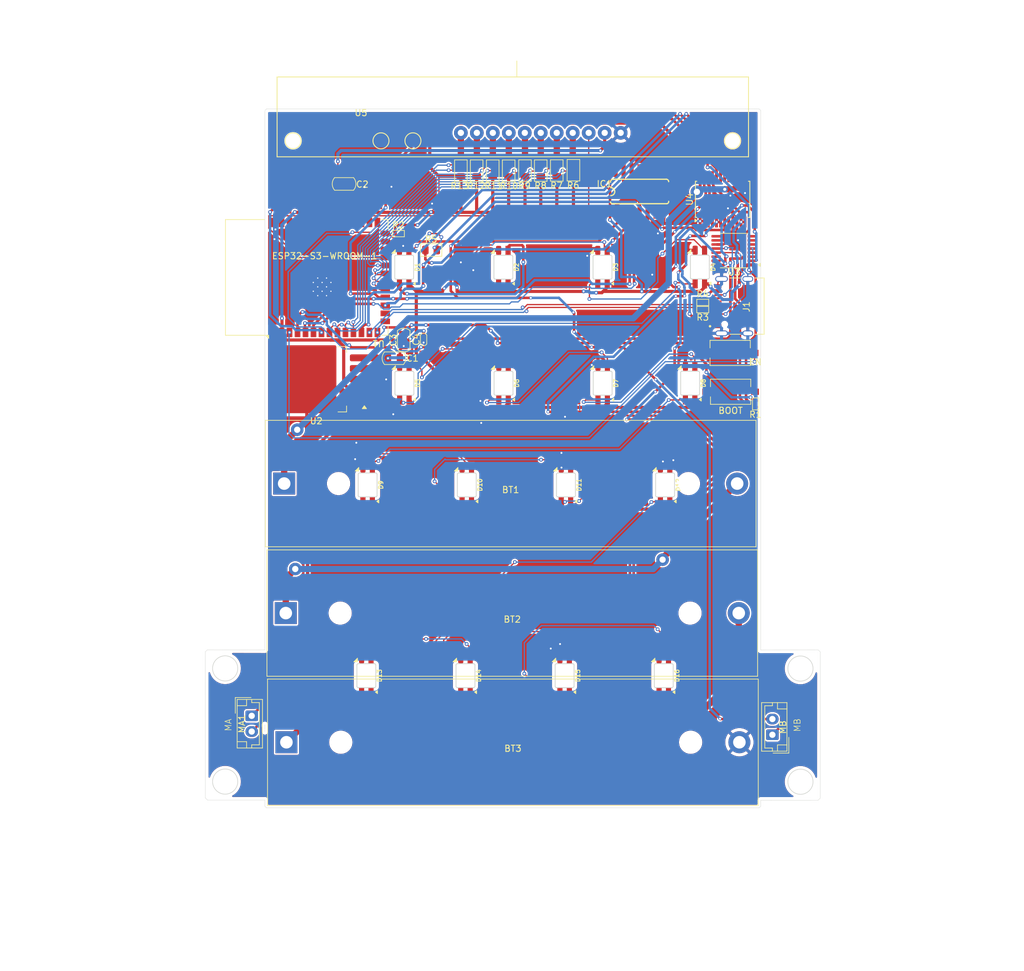
<source format=kicad_pcb>
(kicad_pcb (version 20241229) (generator "pcbnew") (generator_version "9.0")
  (layers (0 "F.Cu" signal) (2 "B.Cu" signal) (13 "F.Paste" user) (15 "B.Paste" user) (5 "F.SilkS" user "F.Silkscreen") (7 "B.SilkS" user "B.Silkscreen") (1 "F.Mask" user) (3 "B.Mask" user) (25 "Edge.Cuts" user))
  (net 0 "")
  (net 1 "+5V")
  (net 2 "GND")
  (net 3 "+3.3V")
  (net 4 "Net-(U3-VBUS)")
  (net 6 "Net-(J1-DP1)")
  (net 7 "Net-(J1-CC1)")
  (net 9 "Net-(J1-DN1)")
  (net 10 "Net-(J1-CC2)")
  (net 13 "BOOT")
  (net 14 "Net-(U1-IO45)")
  (net 15 "EN")
  (net 18 "IO21")
  (net 21 "IO10")
  (net 22 "IO16")
  (net 23 "IO18")
  (net 24 "IO9")
  (net 25 "IO7")
  (net 27 "IO4")
  (net 28 "IO8")
  (net 30 "RX")
  (net 32 "IO6")
  (net 33 "IO47")
  (net 35 "IO2")
  (net 36 "IO17")
  (net 37 "IO42")
  (net 38 "IO48")
  (net 39 "IO41")
  (net 40 "TX")
  (net 41 "IO40")
  (net 42 "IO5")
  (net 43 "IO11")
  (net 53 "Net-(BT1--)")
  (net 54 "+12V")
  (net 55 "Net-(BT2--)")
  (net 56 "DOUT")
  (net 60 "Net-(IC1-1Y)")
  (net 61 "IO12")
  (net 62 "IO13")
  (net 63 "IO14")
  (net 64 "IO15")
  (net 66 "MA-")
  (net 67 "MB-")
  (net 68 "MA+")
  (net 69 "MB+")
  (net 70 "Net-(D1-VSS)")
  (net 71 "Net-(D1-VDD)")
  (net 72 "Net-(D2-VSS)")
  (net 73 "Net-(D3-VSS)")
  (net 74 "Net-(D4-VSS)")
  (net 75 "Net-(D5-VSS)")
  (net 76 "Net-(D6-VSS)")
  (net 77 "Net-(D7-VSS)")
  (net 78 "Net-(D8-VSS)")
  (net 79 "Net-(D10-VDD)")
  (net 80 "Net-(D10-VSS)")
  (net 81 "Net-(D11-VSS)")
  (net 82 "Net-(D12-VSS)")
  (net 83 "Net-(D13-VSS)")
  (net 84 "Net-(D14-VSS)")
  (net 85 "Net-(D15-VSS)")
  (net 86 "/TYPEC_P")
  (net 87 "/TYPEC_N")
  (net 88 "Net-(D1-DIN)")
  (footprint "PCM_Resistor_SMD_AKL:R_0805_2012Metric" (layer "F.Cu") (at 127.57 37.67 90)
    (property "Reference" "R7")
    (property "Value" "10k" (hide yes))
  )
  (footprint "PCM_Capacitor_SMD_AKL:C_0805_2012Metric" (layer "F.Cu") (at 103.24 64.64 90)
    (property "Reference" "C3")
    (property "Value" "10µF" (hide yes))
  )
  (footprint "Keebio-Parts.pretty-master:SK6812-MINI-E" (layer "F.Cu") (at 129.026 87.68 90)
    (property "Reference" "D11")
    (property "Value" "SK6812MINI" (hide yes))
    (fp_line (start -1.7 -1.5) (end 1.7 -1.5) (stroke (width 0.12)) (layer "Edge.Cuts"))
    (fp_line (start 1.9 -1.3) (end 1.9 1.3) (stroke (width 0.12)) (layer "Edge.Cuts"))
    (fp_line (start -1.9 1.3) (end -1.9 -1.3) (stroke (width 0.12)) (layer "Edge.Cuts"))
    (fp_line (start 1.7 1.5) (end -1.7 1.5) (stroke (width 0.12)) (layer "Edge.Cuts"))
    (fp_arc (start 1.7 -1.5) (mid 1.841421 -1.441421) (end 1.9 -1.3) (stroke (width 0.12)) (layer "Edge.Cuts"))
    (fp_arc (start -1.9 -1.3) (mid -1.841421 -1.441421) (end -1.7 -1.5) (stroke (width 0.12)) (layer "Edge.Cuts"))
    (fp_arc (start 1.9 1.3) (mid 1.841421 1.441421) (end 1.7 1.5) (stroke (width 0.12)) (layer "Edge.Cuts"))
    (fp_arc (start -1.7 1.5) (mid -1.841421 1.441421) (end -1.9 1.3) (stroke (width 0.12)) (layer "Edge.Cuts"))
  )
  (footprint "Package_SO:TSSOP-16_4.4x5mm_P0.65mm" (layer "F.Cu") (at 155.7525 50.41 180)
    (property "Reference" "U3")
    (property "Value" "IP2721")
  )
  (footprint "Keebio-Parts.pretty-master:SK6812-MINI-E" (layer "F.Cu") (at 103.346 71.5 90)
    (property "Reference" "D5")
    (property "Value" "SK6812MINI" (hide yes))
    (fp_line (start -1.7 -1.5) (end 1.7 -1.5) (stroke (width 0.12)) (layer "Edge.Cuts"))
    (fp_line (start 1.9 -1.3) (end 1.9 1.3) (stroke (width 0.12)) (layer "Edge.Cuts"))
    (fp_line (start -1.9 1.3) (end -1.9 -1.3) (stroke (width 0.12)) (layer "Edge.Cuts"))
    (fp_line (start 1.7 1.5) (end -1.7 1.5) (stroke (width 0.12)) (layer "Edge.Cuts"))
    (fp_arc (start 1.7 -1.5) (mid 1.841421 -1.441421) (end 1.9 -1.3) (stroke (width 0.12)) (layer "Edge.Cuts"))
    (fp_arc (start -1.9 -1.3) (mid -1.841421 -1.441421) (end -1.7 -1.5) (stroke (width 0.12)) (layer "Edge.Cuts"))
    (fp_arc (start 1.9 1.3) (mid 1.841421 1.441421) (end 1.7 1.5) (stroke (width 0.12)) (layer "Edge.Cuts"))
    (fp_arc (start -1.7 1.5) (mid -1.841421 1.441421) (end -1.9 1.3) (stroke (width 0.12)) (layer "Edge.Cuts"))
  )
  (footprint "Keebio-Parts.pretty-master:SK6812-MINI-E" (layer "F.Cu") (at 113.266 87.68 90)
    (property "Reference" "D10")
    (property "Value" "SK6812MINI" (hide yes))
    (fp_line (start -1.7 -1.5) (end 1.7 -1.5) (stroke (width 0.12)) (layer "Edge.Cuts"))
    (fp_line (start 1.9 -1.3) (end 1.9 1.3) (stroke (width 0.12)) (layer "Edge.Cuts"))
    (fp_line (start -1.9 1.3) (end -1.9 -1.3) (stroke (width 0.12)) (layer "Edge.Cuts"))
    (fp_line (start 1.7 1.5) (end -1.7 1.5) (stroke (width 0.12)) (layer "Edge.Cuts"))
    (fp_arc (start 1.7 -1.5) (mid 1.841421 -1.441421) (end 1.9 -1.3) (stroke (width 0.12)) (layer "Edge.Cuts"))
    (fp_arc (start -1.9 -1.3) (mid -1.841421 -1.441421) (end -1.7 -1.5) (stroke (width 0.12)) (layer "Edge.Cuts"))
    (fp_arc (start 1.9 1.3) (mid 1.841421 1.441421) (end 1.7 1.5) (stroke (width 0.12)) (layer "Edge.Cuts"))
    (fp_arc (start -1.7 1.5) (mid -1.841421 1.441421) (end -1.9 1.3) (stroke (width 0.12)) (layer "Edge.Cuts"))
  )
  (footprint "Keebio-Parts.pretty-master:SK6812-MINI-E" (layer "F.Cu") (at 144.786 87.68 90)
    (property "Reference" "D12")
    (property "Value" "SK6812MINI" (hide yes))
    (fp_line (start -1.7 -1.5) (end 1.7 -1.5) (stroke (width 0.12)) (layer "Edge.Cuts"))
    (fp_line (start 1.9 -1.3) (end 1.9 1.3) (stroke (width 0.12)) (layer "Edge.Cuts"))
    (fp_line (start -1.9 1.3) (end -1.9 -1.3) (stroke (width 0.12)) (layer "Edge.Cuts"))
    (fp_line (start 1.7 1.5) (end -1.7 1.5) (stroke (width 0.12)) (layer "Edge.Cuts"))
    (fp_arc (start 1.7 -1.5) (mid 1.841421 -1.441421) (end 1.9 -1.3) (stroke (width 0.12)) (layer "Edge.Cuts"))
    (fp_arc (start -1.9 -1.3) (mid -1.841421 -1.441421) (end -1.7 -1.5) (stroke (width 0.12)) (layer "Edge.Cuts"))
    (fp_arc (start 1.9 1.3) (mid 1.841421 1.441421) (end 1.7 1.5) (stroke (width 0.12)) (layer "Edge.Cuts"))
    (fp_arc (start -1.7 1.5) (mid -1.841421 1.441421) (end -1.9 1.3) (stroke (width 0.12)) (layer "Edge.Cuts"))
  )
  (footprint "PCM_Resistor_SMD_AKL:R_0805_2012Metric" (layer "F.Cu") (at 117.39 37.7 90)
    (property "Reference" "R11")
    (property "Value" "10k" (hide yes))
  )
  (footprint "74HC125:SOIC-14" (layer "F.Cu") (at 136.9196 43.55)
    (property "Reference" "IC1")
    (property "Value" "74HC125")
  )
  (footprint "Keebio-Parts.pretty-master:SK6812-MINI-E" (layer "F.Cu") (at 97.506 87.68 90)
    (property "Reference" "D9")
    (property "Value" "SK6812MINI" (hide yes))
    (fp_line (start -1.7 -1.5) (end 1.7 -1.5) (stroke (width 0.12)) (layer "Edge.Cuts"))
    (fp_line (start 1.9 -1.3) (end 1.9 1.3) (stroke (width 0.12)) (layer "Edge.Cuts"))
    (fp_line (start -1.9 1.3) (end -1.9 -1.3) (stroke (width 0.12)) (layer "Edge.Cuts"))
    (fp_line (start 1.7 1.5) (end -1.7 1.5) (stroke (width 0.12)) (layer "Edge.Cuts"))
    (fp_arc (start 1.7 -1.5) (mid 1.841421 -1.441421) (end 1.9 -1.3) (stroke (width 0.12)) (layer "Edge.Cuts"))
    (fp_arc (start -1.9 -1.3) (mid -1.841421 -1.441421) (end -1.7 -1.5) (stroke (width 0.12)) (layer "Edge.Cuts"))
    (fp_arc (start 1.9 1.3) (mid 1.841421 1.441421) (end 1.7 1.5) (stroke (width 0.12)) (layer "Edge.Cuts"))
    (fp_arc (start -1.7 1.5) (mid -1.841421 1.441421) (end -1.9 1.3) (stroke (width 0.12)) (layer "Edge.Cuts"))
  )
  (footprint "RF_Module:ESP32-S3-WROOM-1" (layer "F.Cu") (at 87.81 54.68 90)
    (property "Reference" "U1")
    (property "Value" "ESP32-S3-WROOM-1")
  )
  (footprint "Package_TO_SOT_SMD:TO-263-5_TabPin3" (layer "F.Cu") (at 89.335 70.87 180)
    (property "Reference" "U2")
    (property "Value" "LM2596S-3.3")
  )
  (footprint "Button_Switch_SMD:SW_Tactile_SPST_NO_Straight_CK_PTS636Sx25SMTRLFS" (layer "F.Cu") (at 155.13 66.69)
    (property "Reference" "SW1" (hide yes))
    (property "Value" "EN")
  )
  (footprint "PCM_Capacitor_SMD_AKL:C_0805_2012Metric" (layer "F.Cu") (at 93.76 39.81)
    (property "Reference" "C2")
    (property "Value" "10µF" (hide yes))
  )
  (footprint "PCM_Resistor_SMD_AKL:R_0805_2012Metric" (layer "F.Cu") (at 114.83 37.69 90)
    (property "Reference" "R12")
    (property "Value" "10k" (hide yes))
  )
  (footprint "Keebio-Parts.pretty-master:SK6812-MINI-E" (layer "F.Cu") (at 113.056 118.01 90)
    (property "Reference" "D14")
    (property "Value" "SK6812MINI" (hide yes))
    (fp_line (start -1.7 -1.5) (end 1.7 -1.5) (stroke (width 0.12)) (layer "Edge.Cuts"))
    (fp_line (start 1.9 -1.3) (end 1.9 1.3) (stroke (width 0.12)) (layer "Edge.Cuts"))
    (fp_line (start -1.9 1.3) (end -1.9 -1.3) (stroke (width 0.12)) (layer "Edge.Cuts"))
    (fp_line (start 1.7 1.5) (end -1.7 1.5) (stroke (width 0.12)) (layer "Edge.Cuts"))
    (fp_arc (start 1.7 -1.5) (mid 1.841421 -1.441421) (end 1.9 -1.3) (stroke (width 0.12)) (layer "Edge.Cuts"))
    (fp_arc (start -1.9 -1.3) (mid -1.841421 -1.441421) (end -1.7 -1.5) (stroke (width 0.12)) (layer "Edge.Cuts"))
    (fp_arc (start 1.9 1.3) (mid 1.841421 1.441421) (end 1.7 1.5) (stroke (width 0.12)) (layer "Edge.Cuts"))
    (fp_arc (start -1.7 1.5) (mid -1.841421 1.441421) (end -1.9 1.3) (stroke (width 0.12)) (layer "Edge.Cuts"))
  )
  (footprint "PCM_Resistor_SMD_AKL:R_0402_1005Metric" (layer "F.Cu") (at 150.77 59.79)
    (property "Reference" "R3")
    (property "Value" "22ohm" (hide yes))
  )
  (footprint "Button_Switch_SMD:SW_Tactile_SPST_NO_Straight_CK_PTS636Sx25SMTRLFS" (layer "F.Cu") (at 155.2 72.86)
    (property "Reference" "SW2" (hide yes))
    (property "Value" "BOOT")
  )
  (footprint "PCM_Resistor_SMD_AKL:R_0805_2012Metric" (layer "F.Cu") (at 125.02 37.69 90)
    (property "Reference" "R8")
    (property "Value" "10k" (hide yes))
  )
  (footprint "Connector_JST:JST_EH_B2B-EH-A_1x02_P2.50mm_Vertical" (layer "F.Cu") (at 79.08 124.4 -90)
    (property "Reference" "MA1")
    (property "Value" "Screw_Terminal_01x02" (hide yes))
  )
  (footprint "PCM_Resistor_SMD_AKL:R_0805_2012Metric" (layer "F.Cu") (at 112.33 37.69 90)
    (property "Reference" "R13")
    (property "Value" "10k" (hide yes))
  )
  (footprint "Keebio-Parts.pretty-master:SK6812-MINI-E" (layer "F.Cu") (at 128.816 118.01 90)
    (property "Reference" "D15")
    (property "Value" "SK6812MINI" (hide yes))
    (fp_line (start -1.7 -1.5) (end 1.7 -1.5) (stroke (width 0.12)) (layer "Edge.Cuts"))
    (fp_line (start 1.9 -1.3) (end 1.9 1.3) (stroke (width 0.12)) (layer "Edge.Cuts"))
    (fp_line (start -1.9 1.3) (end -1.9 -1.3) (stroke (width 0.12)) (layer "Edge.Cuts"))
    (fp_line (start 1.7 1.5) (end -1.7 1.5) (stroke (width 0.12)) (layer "Edge.Cuts"))
    (fp_arc (start 1.7 -1.5) (mid 1.841421 -1.441421) (end 1.9 -1.3) (stroke (width 0.12)) (layer "Edge.Cuts"))
    (fp_arc (start -1.9 -1.3) (mid -1.841421 -1.441421) (end -1.7 -1.5) (stroke (width 0.12)) (layer "Edge.Cuts"))
    (fp_arc (start 1.9 1.3) (mid 1.841421 1.441421) (end 1.7 1.5) (stroke (width 0.12)) (layer "Edge.Cuts"))
    (fp_arc (start -1.7 1.5) (mid -1.841421 1.441421) (end -1.9 1.3) (stroke (width 0.12)) (layer "Edge.Cuts"))
  )
  (footprint "Keebio-Parts.pretty-master:SK6812-MINI-E" (layer "F.Cu") (at 103.316 53.05 90)
    (property "Reference" "D1")
    (property "Value" "SK6812MINI" (hide yes))
    (fp_line (start -1.7 -1.5) (end 1.7 -1.5) (stroke (width 0.12)) (layer "Edge.Cuts"))
    (fp_line (start 1.9 -1.3) (end 1.9 1.3) (stroke (width 0.12)) (layer "Edge.Cuts"))
    (fp_line (start -1.9 1.3) (end -1.9 -1.3) (stroke (width 0.12)) (layer "Edge.Cuts"))
    (fp_line (start 1.7 1.5) (end -1.7 1.5) (stroke (width 0.12)) (layer "Edge.Cuts"))
    (fp_arc (start 1.7 -1.5) (mid 1.841421 -1.441421) (end 1.9 -1.3) (stroke (width 0.12)) (layer "Edge.Cuts"))
    (fp_arc (start -1.9 -1.3) (mid -1.841421 -1.441421) (end -1.7 -1.5) (stroke (width 0.12)) (layer "Edge.Cuts"))
    (fp_arc (start 1.9 1.3) (mid 1.841421 1.441421) (end 1.7 1.5) (stroke (width 0.12)) (layer "Edge.Cuts"))
    (fp_arc (start -1.7 1.5) (mid -1.841421 1.441421) (end -1.9 1.3) (stroke (width 0.12)) (layer "Edge.Cuts"))
  )
  (footprint "Battery:BatteryHolder_MPD_BH-18650-PC2" (layer "F.Cu") (at 84.24 87.46)
    (property "Reference" "BT1")
    (property "Value" "Bat1")
  )
  (footprint "Battery:BatteryHolder_MPD_BH-18650-PC2" (layer "F.Cu") (at 84.595 128.6)
    (property "Reference" "BT3")
    (property "Value" "Bat3")
  )
  (footprint "Keebio-Parts.pretty-master:SK6812-MINI-E" (layer "F.Cu") (at 150.31 53.03 90)
    (property "Reference" "D4")
    (property "Value" "SK6812MINI" (hide yes))
    (fp_line (start -1.7 -1.5) (end 1.7 -1.5) (stroke (width 0.12)) (layer "Edge.Cuts"))
    (fp_line (start 1.9 -1.3) (end 1.9 1.3) (stroke (width 0.12)) (layer "Edge.Cuts"))
    (fp_line (start -1.9 1.3) (end -1.9 -1.3) (stroke (width 0.12)) (layer "Edge.Cuts"))
    (fp_line (start 1.7 1.5) (end -1.7 1.5) (stroke (width 0.12)) (layer "Edge.Cuts"))
    (fp_arc (start 1.7 -1.5) (mid 1.841421 -1.441421) (end 1.9 -1.3) (stroke (width 0.12)) (layer "Edge.Cuts"))
    (fp_arc (start -1.9 -1.3) (mid -1.841421 -1.441421) (end -1.7 -1.5) (stroke (width 0.12)) (layer "Edge.Cuts"))
    (fp_arc (start 1.9 1.3) (mid 1.841421 1.441421) (end 1.7 1.5) (stroke (width 0.12)) (layer "Edge.Cuts"))
    (fp_arc (start -1.7 1.5) (mid -1.841421 1.441421) (end -1.9 1.3) (stroke (width 0.12)) (layer "Edge.Cuts"))
  )
  (footprint "PCM_Capacitor_SMD_AKL:C_0402_1005Metric" (layer "F.Cu") (at 106.4 64.55 90)
    (property "Reference" "C4")
    (property "Value" "100nF" (hide yes))
  )
  (footprint "Keebio-Parts.pretty-master:SK6812-MINI-E" (layer "F.Cu") (at 134.866 71.5 90)
    (property "Reference" "D7")
    (property "Value" "SK6812MINI" (hide yes))
    (fp_line (start -1.7 -1.5) (end 1.7 -1.5) (stroke (width 0.12)) (layer "Edge.Cuts"))
    (fp_line (start 1.9 -1.3) (end 1.9 1.3) (stroke (width 0.12)) (layer "Edge.Cuts"))
    (fp_line (start -1.9 1.3) (end -1.9 -1.3) (stroke (width 0.12)) (layer "Edge.Cuts"))
    (fp_line (start 1.7 1.5) (end -1.7 1.5) (stroke (width 0.12)) (layer "Edge.Cuts"))
    (fp_arc (start 1.7 -1.5) (mid 1.841421 -1.441421) (end 1.9 -1.3) (stroke (width 0.12)) (layer "Edge.Cuts"))
    (fp_arc (start -1.9 -1.3) (mid -1.841421 -1.441421) (end -1.7 -1.5) (stroke (width 0.12)) (layer "Edge.Cuts"))
    (fp_arc (start 1.9 1.3) (mid 1.841421 1.441421) (end 1.7 1.5) (stroke (width 0.12)) (layer "Edge.Cuts"))
    (fp_arc (start -1.7 1.5) (mid -1.841421 1.441421) (end -1.9 1.3) (stroke (width 0.12)) (layer "Edge.Cuts"))
  )
  (footprint "Keebio-Parts.pretty-master:SK6812-MINI-E" (layer "F.Cu") (at 148.766 71.49 90)
    (property "Reference" "D8")
    (property "Value" "SK6812MINI" (hide yes))
    (fp_line (start -1.7 -1.5) (end 1.7 -1.5) (stroke (width 0.12)) (layer "Edge.Cuts"))
    (fp_line (start 1.9 -1.3) (end 1.9 1.3) (stroke (width 0.12)) (layer "Edge.Cuts"))
    (fp_line (start -1.9 1.3) (end -1.9 -1.3) (stroke (width 0.12)) (layer "Edge.Cuts"))
    (fp_line (start 1.7 1.5) (end -1.7 1.5) (stroke (width 0.12)) (layer "Edge.Cuts"))
    (fp_arc (start 1.7 -1.5) (mid 1.841421 -1.441421) (end 1.9 -1.3) (stroke (width 0.12)) (layer "Edge.Cuts"))
    (fp_arc (start -1.9 -1.3) (mid -1.841421 -1.441421) (end -1.7 -1.5) (stroke (width 0.12)) (layer "Edge.Cuts"))
    (fp_arc (start 1.9 1.3) (mid 1.841421 1.441421) (end 1.7 1.5) (stroke (width 0.12)) (layer "Edge.Cuts"))
    (fp_arc (start -1.7 1.5) (mid -1.841421 1.441421) (end -1.9 1.3) (stroke (width 0.12)) (layer "Edge.Cuts"))
  )
  (footprint "PCM_Capacitor_SMD_AKL:C_0805_2012Metric" (layer "F.Cu") (at 101.69 67.53)
    (property "Reference" "C1")
    (property "Value" "10µF" (hide yes))
  )
  (footprint "PCM_Resistor_SMD_AKL:R_0805_2012Metric" (layer "F.Cu") (at 122.52 37.68 90)
    (property "Reference" "R9")
    (property "Value" "10k" (hide yes))
  )
  (footprint "Keebio-Parts.pretty-master:SK6812-MINI-E" (layer "F.Cu") (at 119.106 71.5 90)
    (property "Reference" "D6")
    (property "Value" "SK6812MINI" (hide yes))
    (fp_line (start -1.7 -1.5) (end 1.7 -1.5) (stroke (width 0.12)) (layer "Edge.Cuts"))
    (fp_line (start 1.9 -1.3) (end 1.9 1.3) (stroke (width 0.12)) (layer "Edge.Cuts"))
    (fp_line (start -1.9 1.3) (end -1.9 -1.3) (stroke (width 0.12)) (layer "Edge.Cuts"))
    (fp_line (start 1.7 1.5) (end -1.7 1.5) (stroke (width 0.12)) (layer "Edge.Cuts"))
    (fp_arc (start 1.7 -1.5) (mid 1.841421 -1.441421) (end 1.9 -1.3) (stroke (width 0.12)) (layer "Edge.Cuts"))
    (fp_arc (start -1.9 -1.3) (mid -1.841421 -1.441421) (end -1.7 -1.5) (stroke (width 0.12)) (layer "Edge.Cuts"))
    (fp_arc (start 1.9 1.3) (mid 1.841421 1.441421) (end 1.7 1.5) (stroke (width 0.12)) (layer "Edge.Cuts"))
    (fp_arc (start -1.7 1.5) (mid -1.841421 1.441421) (end -1.9 1.3) (stroke (width 0.12)) (layer "Edge.Cuts"))
  )
  (footprint "Keebio-Parts.pretty-master:SK6812-MINI-E" (layer "F.Cu") (at 97.296 118.01 90)
    (property "Reference" "D13")
    (property "Value" "SK6812MINI" (hide yes))
    (fp_line (start -1.7 -1.5) (end 1.7 -1.5) (stroke (width 0.12)) (layer "Edge.Cuts"))
    (fp_line (start 1.9 -1.3) (end 1.9 1.3) (stroke (width 0.12)) (layer "Edge.Cuts"))
    (fp_line (start -1.9 1.3) (end -1.9 -1.3) (stroke (width 0.12)) (layer "Edge.Cuts"))
    (fp_line (start 1.7 1.5) (end -1.7 1.5) (stroke (width 0.12)) (layer "Edge.Cuts"))
    (fp_arc (start 1.7 -1.5) (mid 1.841421 -1.441421) (end 1.9 -1.3) (stroke (width 0.12)) (layer "Edge.Cuts"))
    (fp_arc (start -1.9 -1.3) (mid -1.841421 -1.441421) (end -1.7 -1.5) (stroke (width 0.12)) (layer "Edge.Cuts"))
    (fp_arc (start 1.9 1.3) (mid 1.841421 1.441421) (end 1.7 1.5) (stroke (width 0.12)) (layer "Edge.Cuts"))
    (fp_arc (start -1.7 1.5) (mid -1.841421 1.441421) (end -1.9 1.3) (stroke (width 0.12)) (layer "Edge.Cuts"))
  )
  (footprint "TYPE-C-31-M-12:HRO_TYPE-C-31-M-12" (layer "F.Cu") (at 157.93 59.245 90)
    (property "Reference" "J1")
    (property "Value" "TYPE-C-31-M-12")
  )
  (footprint "PCM_Resistor_SMD_AKL:R_0805_2012Metric" (layer "F.Cu") (at 107.5925 50.32)
    (property "Reference" "R5")
    (property "Value" "330Ω" (hide yes))
  )
  (footprint "Connector_JST:JST_EH_B2B-EH-A_1x02_P2.50mm_Vertical" (layer "F.Cu") (at 161.84 127.41 90)
    (property "Reference" "MB")
    (property "Value" "Screw_Terminal_01x02" (hide yes))
  )
  (footprint "Battery:BatteryHolder_MPD_BH-18650-PC2" (layer "F.Cu") (at 84.495 108.06)
    (property "Reference" "BT2")
    (property "Value" "Bat2")
  )
  (footprint "Keebio-Parts.pretty-master:SK6812-MINI-E" (layer "F.Cu") (at 144.576 118.01 90)
    (property "Reference" "D16")
    (property "Value" "SK6812MINI" (hide yes))
    (fp_line (start -1.7 -1.5) (end 1.7 -1.5) (stroke (width 0.12)) (layer "Edge.Cuts"))
    (fp_line (start 1.9 -1.3) (end 1.9 1.3) (stroke (width 0.12)) (layer "Edge.Cuts"))
    (fp_line (start -1.9 1.3) (end -1.9 -1.3) (stroke (width 0.12)) (layer "Edge.Cuts"))
    (fp_line (start 1.7 1.5) (end -1.7 1.5) (stroke (width 0.12)) (layer "Edge.Cuts"))
    (fp_arc (start 1.7 -1.5) (mid 1.841421 -1.441421) (end 1.9 -1.3) (stroke (width 0.12)) (layer "Edge.Cuts"))
    (fp_arc (start -1.9 -1.3) (mid -1.841421 -1.441421) (end -1.7 -1.5) (stroke (width 0.12)) (layer "Edge.Cuts"))
    (fp_arc (start 1.9 1.3) (mid 1.841421 1.441421) (end 1.7 1.5) (stroke (width 0.12)) (layer "Edge.Cuts"))
    (fp_arc (start -1.7 1.5) (mid -1.841421 1.441421) (end -1.9 1.3) (stroke (width 0.12)) (layer "Edge.Cuts"))
  )
  (footprint "PCM_Resistor_SMD_AKL:R_0805_2012Metric" (layer "F.Cu") (at 130.22 37.6325 90)
    (property "Reference" "R6")
    (property "Value" "10k" (hide yes))
  )
  (footprint "PCM_Resistor_SMD_AKL:R_0402_1005Metric" (layer "F.Cu") (at 159.18 74.79 90)
    (property "Reference" "R1")
    (property "Value" "10K" (hide yes))
  )
  (footprint "QTR-8X:QTR-8A" (layer "F.Cu") (at 104.705 32.9536 180)
    (property "Reference" "U5")
    (property "Value" "QTR-8A")
  )
  (footprint "Keebio-Parts.pretty-master:SK6812-MINI-E" (layer "F.Cu") (at 134.836 53.05 90)
    (property "Reference" "D3")
    (property "Value" "SK6812MINI" (hide yes))
    (fp_line (start -1.7 -1.5) (end 1.7 -1.5) (stroke (width 0.12)) (layer "Edge.Cuts"))
    (fp_line (start 1.9 -1.3) (end 1.9 1.3) (stroke (width 0.12)) (layer "Edge.Cuts"))
    (fp_line (start -1.9 1.3) (end -1.9 -1.3) (stroke (width 0.12)) (layer "Edge.Cuts"))
    (fp_line (start 1.7 1.5) (end -1.7 1.5) (stroke (width 0.12)) (layer "Edge.Cuts"))
    (fp_arc (start 1.7 -1.5) (mid 1.841421 -1.441421) (end 1.9 -1.3) (stroke (width 0.12)) (layer "Edge.Cuts"))
    (fp_arc (start -1.9 -1.3) (mid -1.841421 -1.441421) (end -1.7 -1.5) (stroke (width 0.12)) (layer "Edge.Cuts"))
    (fp_arc (start 1.9 1.3) (mid 1.841421 1.441421) (end 1.7 1.5) (stroke (width 0.12)) (layer "Edge.Cuts"))
    (fp_arc (start -1.7 1.5) (mid -1.841421 1.441421) (end -1.9 1.3) (stroke (width 0.12)) (layer "Edge.Cuts"))
  )
  (footprint "PCM_Resistor_SMD_AKL:R_0805_2012Metric" (layer "F.Cu") (at 119.92 37.7025 90)
    (property "Reference" "R10")
    (property "Value" "10k" (hide yes))
  )
  (footprint "Keebio-Parts.pretty-master:SK6812-MINI-E" (layer "F.Cu") (at 119.076 53.05 90)
    (property "Reference" "D2")
    (property "Value" "SK6812MINI" (hide yes))
    (fp_line (start -1.7 -1.5) (end 1.7 -1.5) (stroke (width 0.12)) (layer "Edge.Cuts"))
    (fp_line (start 1.9 -1.3) (end 1.9 1.3) (stroke (width 0.12)) (layer "Edge.Cuts"))
    (fp_line (start -1.9 1.3) (end -1.9 -1.3) (stroke (width 0.12)) (layer "Edge.Cuts"))
    (fp_line (start 1.7 1.5) (end -1.7 1.5) (stroke (width 0.12)) (layer "Edge.Cuts"))
    (fp_arc (start 1.7 -1.5) (mid 1.841421 -1.441421) (end 1.9 -1.3) (stroke (width 0.12)) (layer "Edge.Cuts"))
    (fp_arc (start -1.9 -1.3) (mid -1.841421 -1.441421) (end -1.7 -1.5) (stroke (width 0.12)) (layer "Edge.Cuts"))
    (fp_arc (start 1.9 1.3) (mid 1.841421 1.441421) (end 1.7 1.5) (stroke (width 0.12)) (layer "Edge.Cuts"))
    (fp_arc (start -1.7 1.5) (mid -1.841421 1.441421) (end -1.9 1.3) (stroke (width 0.12)) (layer "Edge.Cuts"))
  )
  (footprint "Brackets:N20 Bracket" (layer "F.Cu") (at 166.3 125.88 90)
    (property "Reference" "MB")
    (property "Value" "N20 Motor Bracket")
    (fp_circle (center 9 0) (end 11 0) (stroke (width 0.1)) (fill no) (layer "Edge.Cuts"))
    (fp_circle (center -9 0) (end -7 0) (stroke (width 0.1)) (fill no) (layer "Edge.Cuts"))
  )
  (footprint "Package_SO:SSOP-24_5.3x8.2mm_P0.65mm" (layer "F.Cu") (at 153.93 42.26 90)
    (property "Reference" "U4")
    (property "Value" "TB6612FNG")
  )
  (footprint "PCM_Resistor_SMD_AKL:R_0402_1005Metric" (layer "F.Cu") (at 150.77 58.66)
    (property "Reference" "R4")
    (property "Value" "22ohm" (hide yes))
  )
  (footprint "PCM_Resistor_SMD_AKL:R_0402_1005Metric" (layer "F.Cu") (at 102.39 47.71)
    (property "Reference" "R2")
    (property "Value" "10K" (hide yes))
  )
  (footprint "Brackets:N20 Bracket" (layer "B.Cu") (at 74.86 125.855 90)
    (property "Reference" "MA")
    (property "Value" "N20 Motor Bracket")
    (fp_circle (center 9 0) (end 11 0) (stroke (width 0.1)) (fill no) (layer "Edge.Cuts"))
    (fp_circle (center -9 0) (end -7 0) (stroke (width 0.1)) (fill no) (layer "Edge.Cuts"))
  )
  (gr_line (start 159.98 138.79) (end 159.73 139.04) (stroke (width 0.05)) (layer "Edge.Cuts"))
  (gr_line (start 81.18 113.915) (end 72.024624 113.89687) (stroke (width 0.05)) (layer "Edge.Cuts"))
  (gr_line (start 159.98 113.94) (end 169.135376 113.92187) (stroke (width 0.05)) (layer "Edge.Cuts"))
  (gr_line (start 158.98 139.04) (end 159.73 139.04) (stroke (width 0.05)) (layer "Edge.Cuts"))
  (gr_line (start 161.67 137.82) (end 159.98 137.82) (stroke (width 0.05)) (layer "Edge.Cuts"))
  (gr_line (start 72.047789 137.792696) (end 71.719955 137.465055) (stroke (width 0.05)) (layer "Edge.Cuts"))
  (gr_line (start 158.98 27.88) (end 159.73 27.88) (stroke (width 0.05)) (layer "Edge.Cuts"))
  (gr_line (start 158.98 139.04) (end 81.43 139.04) (stroke (width 0.05)) (layer "Edge.Cuts"))
  (gr_line (start 159.98 28.13) (end 159.73 27.88) (stroke (width 0.05)) (layer "Edge.Cuts"))
  (gr_line (start 159.98 137.82) (end 159.98 138.04) (stroke (width 0.05)) (layer "Edge.Cuts"))
  (gr_line (start 81.18 137.8) (end 81.18 138.79) (stroke (width 0.05)) (layer "Edge.Cuts"))
  (gr_line (start 81.43 139.04) (end 81.18 138.79) (stroke (width 0.05)) (layer "Edge.Cuts"))
  (gr_line (start 169.450717 114.2375) (end 169.135376 113.92187) (stroke (width 0.05)) (layer "Edge.Cuts"))
  (gr_line (start 81.18 126.57) (end 81.18 125.82) (stroke (width 0.05)) (layer "Edge.Cuts"))
  (gr_line (start 71.709283 114.2125) (end 72.024624 113.89687) (stroke (width 0.05)) (layer "Edge.Cuts"))
  (gr_line (start 81.43 27.88) (end 81.18 28.13) (stroke (width 0.05)) (layer "Edge.Cuts"))
  (gr_line (start 71.719955 137.465055) (end 71.709283 114.2125) (stroke (width 0.05)) (layer "Edge.Cuts"))
  (gr_line (start 169.112211 137.817696) (end 169.440045 137.490055) (stroke (width 0.05)) (layer "Edge.Cuts"))
  (gr_line (start 81.18 126.89) (end 81.18 126.67) (stroke (width 0.05)) (layer "Edge.Cuts"))
  (gr_line (start 169.440045 137.490055) (end 169.450717 114.2375) (stroke (width 0.05)) (layer "Edge.Cuts"))
  (gr_line (start 159.98 28.88) (end 159.98 28.13) (stroke (width 0.05)) (layer "Edge.Cuts"))
  (gr_line (start 81.18 28.23) (end 81.18 113.915) (stroke (width 0.05)) (layer "Edge.Cuts"))
  (gr_line (start 159.98 138.04) (end 159.98 138.79) (stroke (width 0.05)) (layer "Edge.Cuts"))
  (gr_line (start 81.18 137.8) (end 72.055097 137.8) (stroke (width 0.05)) (layer "Edge.Cuts"))
  (gr_line (start 158.98 27.88) (end 81.43 27.88) (stroke (width 0.05)) (layer "Edge.Cuts"))
  (gr_line (start 161.67 137.82) (end 169.112211 137.817696) (stroke (width 0.05)) (layer "Edge.Cuts"))
  (gr_line (start 159.98 28.88) (end 159.98 113.94) (stroke (width 0.05)) (layer "Edge.Cuts"))
  (segment (start 131.21 75.02) (end 131.18 74.99) (width 0.2) (layer "B.Cu") (net 0))
  (segment (start 131.21 75.77) (end 131.21 75.02) (width 0.2) (layer "B.Cu") (net 0))
  (segment (start 95.579 75.351) (end 96.09 75.351) (width 0.5) (layer "F.Cu") (net 1))
  (segment (start 128.656 121.91) (end 129.566 121) (width 0.5) (layer "F.Cu") (net 1))
  (segment (start 109.42 56.69) (end 109.42 56.901) (width 0.5) (layer "F.Cu") (net 1))
  (segment (start 99.94 75.351) (end 105.84 75.351) (width 0.5) (layer "F.Cu") (net 1))
  (segment (start 129.776 90.355) (end 129.776 91.515) (width 0.5) (layer "F.Cu") (net 1))
  (segment (start 156.574 55.903817) (end 156.574 55.348) (width 0.5) (layer "F.Cu") (net 1))
  (segment (start 98.56 75.351) (end 98.56 75.25) (width 0.5) (layer "F.Cu") (net 1))
  (segment (start 151.06 55.705) (end 151.615 55.705) (width 0.5) (layer "F.Cu") (net 1))
  (segment (start 136.03 38.5849) (end 136.03 40.8968) (width 0.4) (layer "F.Cu") (net 1))
  (segment (start 98.56 75.25) (end 97.58 74.27) (width 0.5) (layer "F.Cu") (net 1))
  (segment (start 99.271 121.91) (end 95.734 121.91) (width 0.5) (layer "F.Cu") (net 1))
  (segment (start 95.734 121.91) (end 87.96 114.136) (width 0.5) (layer "F.Cu") (net 1))
  (segment (start 145.536 90.355) (end 145.536 90.892) (width 0.5) (layer "F.Cu") (net 1))
  (segment (start 113.377 91.531) (end 114.02 91.531) (width 0.5) (layer "F.Cu") (net 1))
  (segment (start 104.872 67.4599) (end 103.64 67.4599) (width 0.5) (layer "F.Cu") (net 1))
  (segment (start 129.76 91.531) (end 131.54 91.531) (width 0.5) (layer "F.Cu") (net 1))
  (segment (start 145.536 90.892) (end 144.897 91.531) (width 0.5) (layer "F.Cu") (net 1))
  (segment (start 136.9196 37.6953) (end 136.7264 37.8885) (width 0.2) (layer "F.Cu") (net 1))
  (segment (start 96.985 74.27) (end 96.985 74.876) (width 0.5) (layer "F.Cu") (net 1))
  (segment (start 107.95 75.351) (end 119.217 75.351) (width 0.5) (layer "F.Cu") (net 1))
  (segment (start 96.54 75.351) (end 97.46 75.351) (width 0.5) (layer "F.Cu") (net 1))
  (segment (start 149.516 74.702) (end 149.516 74.165) (width 0.5) (layer "F.Cu") (net 1))
  (segment (start 150.409 56.901) (end 151.06 56.25) (width 0.5) (layer "F.Cu") (net 1))
  (segment (start 133.82 57.111) (end 134.737 57.111) (width 0.5) (layer "F.Cu") (net 1))
  (segment (start 136.7264 37.8885) (end 136.7264 37.8888) (width 0.2) (layer "F.Cu") (net 1))
  (segment (start 135.185 33.805) (end 134.49 34.5) (width 0.5) (layer "F.Cu") (net 1))
  (segment (start 97.87 75.351) (end 99.94 75.351) (width 0.5) (layer "F.Cu") (net 1))
  (segment (start 87.96 98.83) (end 87.96 82.95) (width 0.5) (layer "F.Cu") (net 1))
  (segment (start 104.882 67.47) (end 105.242 67.11) (width 0.5) (layer "F.Cu") (net 1))
  (segment (start 92.78 36.22) (end 92.7763 36.2237) (width 0.2) (layer "F.Cu") (net 1))
  (segment (start 96.985 67.47) (end 100.68 67.47) (width 0.4) (layer "F.Cu") (net 1))
  (segment (start 105.242 67.87) (end 105.242 67.83) (width 0.5) (layer "F.Cu") (net 1))
  (segment (start 136.7264 37.8888) (end 136.03 38.5849) (width 0.4) (layer "F.Cu") (net 1))
  (segment (start 148.867 75.351) (end 149.516 74.702) (width 0.5) (layer "F.Cu") (net 1))
  (segment (start 111.72 56.3) (end 111.71 56.29) (width 0.5) (layer "F.Cu") (net 1))
  (segment (start 144.897 91.531) (end 131.54 91.531) (width 0.5) (layer "F.Cu") (net 1))
  (segment (start 96.09 75.165) (end 96.985 74.27) (width 0.5) (layer "F.Cu") (net 1))
  (segment (start 104.096 74.175) (end 105.272 75.351) (width 0.5) (layer "F.Cu") (net 1))
  (segment (start 92.78 37.56) (end 92.84 37.62) (width 0.5) (layer "F.Cu") (net 1))
  (segment (start 119.826 56.262) (end 119.826 55.725) (width 0.5) (layer "F.Cu") (net 1))
  (segment (start 134.737 57.111) (end 134.947 56.901) (width 0.5) (layer "F.Cu") (net 1))
  (segment (start 141.08 56.901) (end 150.409 56.901) (width 0.5) (layer "F.Cu") (net 1))
  (segment (start 114.016 90.355) (end 114.016 91.527) (width 0.5) (layer "F.Cu") (net 1))
  (segment (start 119.856 74.712) (end 119.856 74.175) (width 0.5) (layer "F.Cu") (net 1))
  (segment (start 151.615 55.705) (end 152.01 56.1) (width 0.5) (layer "F.Cu") (net 1))
  (segment (start 119.187 56.901) (end 119.826 56.262) (width 0.5) (layer "F.Cu") (net 1))
  (segment (start 156.574 55.348) (end 156.629 55.2932) (width 0.5) (layer "F.Cu") (net 1))
  (segment (start 113.118 121.91) (end 113.806 121.222) (width 0.5) (layer "F.Cu") (net 1))
  (segment (start 96.985 74.906) (end 96.54 75.351) (width 0.5) (layer "F.Cu") (net 1))
  (segment (start 99.271 121.91) (end 113.118 121.91) (width 0.5) (layer "F.Cu") (net 1))
  (segment (start 105.272 75.351) (end 105.84 75.351) (width 0.5) (layer "F.Cu") (net 1))
  (segment (start 99.432 91.531) (end 100.24 91.531) (width 0.5) (layer "F.Cu") (net 1))
  (segment (start 106.57 67.87) (end 107.95 69.25) (width 0.5) (layer "F.Cu") (net 1))
  (segment (start 119.217 75.351) (end 134.977 75.351) (width 0.5) (layer "F.Cu") (net 1))
  (segment (start 94.5 76.41) (end 94.52 76.41) (width 0.5) (layer "F.Cu") (net 1))
  (segment (start 94.52 76.41) (end 95.579 75.351) (width 0.5) (layer "F.Cu") (net 1))
  (segment (start 105.242 67.11) (end 105.242 67.87) (width 0.5) (layer "F.Cu") (net 1))
  (segment (start 157.878 52.685) (end 158.615 52.685) (width 0.5) (layer "F.Cu") (net 1))
  (segment (start 97.46 75.351) (end 97.87 75.351) (width 0.5) (layer "F.Cu") (net 1))
  (segment (start 113.806 121.222) (end 113.806 120.685) (width 0.5) (layer "F.Cu") (net 1))
  (segment (start 131.831 56.901) (end 131.835 56.8965) (width 0.5) (layer "F.Cu") (net 1))
  (segment (start 131.81 56.901) (end 131.831 56.901) (width 0.5) (layer "F.Cu") (net 1))
  (segment (start 135.616 74.712) (end 135.616 74.175) (width 0.5) (layer "F.Cu") (net 1))
  (segment (start 114.016 91.527) (end 114.02 91.531) (width 0.5) (layer "F.Cu") (net 1))
  (segment (start 134.977 75.351) (end 135.616 74.712) (width 0.5) (layer "F.Cu") (net 1))
  (segment (start 100.24 91.531) (end 113.377 91.531) (width 0.5) (layer "F.Cu") (net 1))
  (segment (start 134.947 56.901) (end 135.586 56.262) (width 0.5) (layer "F.Cu") (net 1))
  (segment (start 107.95 69.25) (end 107.95 75.351) (width 0.5) (layer "F.Cu") (net 1))
  (segment (start 95.259 91.531) (end 100.24 91.531) (width 0.5) (layer "F.Cu") (net 1))
  (segment (start 104.066 55.725) (end 105.242 56.901) (width 0.5) (layer "F.Cu") (net 1))
  (segment (start 96.985 74.27) (end 96.985 74.906) (width 0.5) (layer "F.Cu") (net 1))
  (segment (start 128.656 121.91) (end 144.97 121.91) (width 0.5) (layer "F.Cu") (net 1))
  (segment (start 96.985 74.27) (end 97.87 75.155) (width 0.5) (layer "F.Cu") (net 1))
  (segment (start 98.256 90.355) (end 99.432 91.531) (width 0.5) (layer "F.Cu") (net 1))
  (segment (start 92.7763 36.2237) (end 92.7763 37.5562) (width 0.2) (layer "F.Cu") (net 1))
  (segment (start 100.68 67.47) (end 100.74 67.53) (width 0.4) (layer "F.Cu") (net 1))
  (segment (start 151.06 56.25) (end 151.06 55.705) (width 0.5) (layer "F.Cu") (net 1))
  (segment (start 113.118 121.91) (end 128.656 121.91) (width 0.5) (layer "F.Cu") (net 1))
  (segment (start 96.09 75.351) (end 96.09 75.165) (width 0.5) (layer "F.Cu") (net 1))
  (segment (start 105.84 75.351) (end 107.95 75.351) (width 0.5) (layer "F.Cu") (net 1))
  (segment (start 145.326 121.554) (end 145.326 120.685) (width 0.5) (layer "F.Cu") (net 1))
  (segment (start 105.242 67.83) (end 104.882 67.47) (width 0.5) (layer "F.Cu") (net 1))
  (segment (start 105.242 56.901) (end 105.242 67.11) (width 0.5) (layer "F.Cu") (net 1))
  (segment (start 135.586 56.262) (end 135.586 55.725) (width 0.5) (layer "F.Cu") (net 1))
  (segment (start 96.09 75.351) (end 96.54 75.351) (width 0.5) (layer "F.Cu") (net 1))
  (segment (start 105.242 67.83) (end 104.872 67.4599) (width 0.5) (layer "F.Cu") (net 1))
  (segment (start 129.566 121) (end 129.566 120.685) (width 0.5) (layer "F.Cu") (net 1))
  (segment (start 134.947 56.901) (end 141.08 56.901) (width 0.5) (layer "F.Cu") (net 1))
  (segment (start 99.94 75.351) (end 98.56 75.351) (width 0.5) (layer "F.Cu") (net 1))
  (segment (start 135.185 31.6837) (end 135.185 33.805) (width 0.5) (layer "F.Cu") (net 1))
  (segment (start 111.72 56.901) (end 119.187 56.901) (width 0.5) (layer "F.Cu") (net 1))
  (segment (start 129.776 91.515) (end 129.76 91.531) (width 0.5) (layer "F.Cu") (net 1))
  (segment (start 135.185 40.0518) (end 135.185 33.805) (width 0.2) (layer "F.Cu") (net 1))
  (segment (start 87.96 82.95) (end 94.5 76.41) (width 0.5) (layer "F.Cu") (net 1))
  (segment (start 92.7125 37.4925) (end 92.7763 37.5562) (width 0.5) (layer "F.Cu") (net 1))
  (segment (start 105.242 56.901) (end 109.42 56.901) (width 0.5) (layer "F.Cu") (net 1))
  (segment (start 98.046 120.685) (end 99.271 121.91) (width 0.5) (layer "F.Cu") (net 1))
  (segment (start 97.87 75.155) (end 97.87 75.351) (width 0.5) (layer "F.Cu") (net 1))
  (segment (start 134.977 75.351) (end 148.867 75.351) (width 0.5) (layer "F.Cu") (net 1))
  (segment (start 136.03 40.8968) (end 135.185 40.0518) (width 0.2) (layer "F.Cu") (net 1))
  (segment (start 105.242 67.87) (end 106.57 67.87) (width 0.5) (layer "F.Cu") (net 1))
  (segment (start 136.92 37.6953) (end 136.7264 37.8888) (width 0.4) (layer "F.Cu") (net 1))
  (segment (start 114.02 91.531) (end 129.76 91.531) (width 0.5) (layer "F.Cu") (net 1))
  (segment (start 92.7763 37.5562) (end 92.84 37.62) (width 0.5) (layer "F.Cu") (net 1))
  (segment (start 87.96 114.136) (end 87.96 98.83) (width 0.5) (layer "F.Cu") (net 1))
  (segment (start 109.69 56.42) (end 109.42 56.69) (width 0.5) (layer "F.Cu") (net 1))
  (segment (start 119.217 75.351) (end 119.856 74.712) (width 0.5) (layer "F.Cu") (net 1))
  (segment (start 136.03 40.8968) (end 136.03 45.53) (width 0.4) (layer "F.Cu") (net 1))
  (segment (start 119.187 56.901) (end 131.81 56.901) (width 0.5) (layer "F.Cu") (net 1))
  (segment (start 156.629 55.2932) (end 156.629 53.9335) (width 0.5) (layer "F.Cu") (net 1))
  (segment (start 111.72 56.901) (end 111.72 56.3) (width 0.5) (layer "F.Cu") (net 1))
  (segment (start 96.985 74.876) (end 97.46 75.351) (width 0.5) (layer "F.Cu") (net 1))
  (segment (start 87.96 98.83) (end 95.259 91.531) (width 0.5) (layer "F.Cu") (net 1))
  (segment (start 97.58 74.27) (end 96.985 74.27) (width 0.5) (layer "F.Cu") (net 1))
  (segment (start 135.185 31.6836) (end 135.185 31.6837) (width 0.2) (layer "F.Cu") (net 1))
  (segment (start 144.97 121.91) (end 145.326 121.554) (width 0.5) (layer "F.Cu") (net 1))
  (segment (start 156.629 53.9335) (end 157.878 52.685) (width 0.5) (layer "F.Cu") (net 1))
  (via (at 152.01 56.1) (size 0.6) (drill 0.3) (layers "F.Cu" "B.Cu") (net 1))
  (via (at 100.74 67.53) (size 0.6) (drill 0.3) (layers "F.Cu" "B.Cu") (net 1))
  (via (at 131.835 56.8965) (size 0.6) (drill 0.3) (layers "F.Cu" "B.Cu") (net 1))
  (via (at 133.82 57.111) (size 0.6) (drill 0.3) (layers "F.Cu" "B.Cu") (net 1))
  (via (at 103.64 67.4599) (size 0.6) (drill 0.3) (layers "F.Cu" "B.Cu") (net 1))
  (via (at 134.49 34.5) (size 0.6) (drill 0.3) (layers "F.Cu" "B.Cu") (net 1))
  (via (at 111.71 56.29) (size 0.5) (drill 0.3) (layers "F.Cu" "B.Cu") (net 1))
  (via (at 109.69 56.42) (size 0.5) (drill 0.3) (layers "F.Cu" "B.Cu") (net 1))
  (via (at 92.78 36.22) (size 0.6) (drill 0.3) (layers "F.Cu" "B.Cu") (net 1))
  (via (at 156.574 55.903817) (size 0.5) (drill 0.3) (layers "F.Cu" "B.Cu") (net 1))
  (via (at 141.08 56.901) (size 0.6) (drill 0.3) (layers "F.Cu" "B.Cu") (net 1))
  (via (at 136.03 45.53) (size 0.6) (drill 0.3) (layers "F.Cu" "B.Cu") (net 1))
  (segment (start 137.82 47.32) (end 137.82 54.6) (width 0.4) (layer "B.Cu") (net 1))
  (segment (start 103.64 67.4599) (end 100.81 67.4599) (width 0.5) (layer "B.Cu") (net 1))
  (segment (start 152.01 56.2721) (end 152.01 56.1) (width 0.5) (layer "B.Cu") (net 1))
  (segment (start 92.78 35) (end 93.28 34.5) (width 0.5) (layer "B.Cu") (net 1))
  (segment (start 137.82 54.6) (end 139.86 54.6) (width 0.4) (layer "B.Cu") (net 1))
  (segment (start 141.08 55.8201) (end 141.08 56.901) (width 0.4) (layer "B.Cu") (net 1))
  (segment (start 110.42 55.69) (end 111.33 55.69) (width 0.5) (layer "B.Cu") (net 1))
  (segment (start 153.939 58.201) (end 152.01 56.2721) (width 0.5) (layer "B.Cu") (net 1))
  (segment (start 155.41 58.201) (end 153.939 58.201) (width 0.5) (layer "B.Cu") (net 1))
  (segment (start 132.84 57.111) (end 133.82 57.111) (width 0.5) (layer "B.Cu") (net 1))
  (segment (start 100.81 67.4599) (end 100.74 67.53) (width 0.5) (layer "B.Cu") (net 1))
  (segment (start 132.626 56.8965) (end 132.84 57.111) (width 0.5) (layer "B.Cu") (net 1))
  (segment (start 111.33 55.69) (end 111.71 56.07) (width 0.5) (layer "B.Cu") (net 1))
  (segment (start 139.86 54.6) (end 141.08 55.8201) (width 0.4) (layer "B.Cu") (net 1))
  (segment (start 131.835 56.8965) (end 132.626 56.8965) (width 0.5) (layer "B.Cu") (net 1))
  (segment (start 109.69 56.42) (end 110.42 55.69) (width 0.5) (layer "B.Cu") (net 1))
  (segment (start 136.03 45.53) (end 137.82 47.32) (width 0.4) (layer "B.Cu") (net 1))
  (segment (start 156.574 55.903817) (end 155.41 57.067818) (width 0.5) (layer "B.Cu") (net 1))
  (segment (start 93.28 34.5) (end 134.49 34.5) (width 0.5) (layer "B.Cu") (net 1))
  (segment (start 92.78 36.22) (end 92.78 35) (width 0.5) (layer "B.Cu") (net 1))
  (segment (start 111.71 56.07) (end 111.71 56.29) (width 0.5) (layer "B.Cu") (net 1))
  (segment (start 155.41 57.067818) (end 155.41 58.201) (width 0.5) (layer "B.Cu") (net 1))
  (segment (start 128.276 85.005) (end 128.276 84.964) (width 0.2) (layer "F.Cu") (net 2))
  (segment (start 132.41 51.24) (end 132.41 50.25) (width 0.4) (layer "F.Cu") (net 2))
  (segment (start 154.255 38.66) (end 154.311 38.66) (width 0.2) (layer "F.Cu") (net 2))
  (segment (start 142.638 36.3783) (end 143.27 37.0095) (width 0.2) (layer "F.Cu") (net 2))
  (segment (start 105.07 40.26) (end 101.29 40.26) (width 0.2) (layer "F.Cu") (net 2))
  (segment (start 102.64 66.19) (end 103.24 65.59) (width 0.4) (layer "F.Cu") (net 2))
  (segment (start 156.38 48.76) (end 156.205 48.585) (width 0.2) (layer "F.Cu") (net 2))
  (segment (start 154.46 53.502479) (end 154.46 53.51) (width 0.2) (layer "F.Cu") (net 2))
  (segment (start 107.75 42.94) (end 105.07 40.26) (width 0.2) (layer "F.Cu") (net 2))
  (segment (start 128.276 84.964) (end 128.32 84.92) (width 0.2) (layer "F.Cu") (net 2))
  (segment (start 132.41 50.25) (end 132.62 50.04) (width 0.4) (layer "F.Cu") (net 2))
  (segment (start 143.64 46.0117) (end 143.64 47.68) (width 0.2) (layer "F.Cu") (net 2))
  (segment (start 143.27 45.6417) (end 143.64 46.0117) (width 0.2) (layer "F.Cu") (net 2))
  (segment (start 128.31 82.59) (end 128.31 77.41) (width 0.2) (layer "F.Cu") (net 2))
  (segment (start 142 45.0029) (end 142.638 45.6417) (width 0.2) (layer "F.Cu") (net 2))
  (segment (start 153.18 55.5) (end 153.76 54.92) (width 0.2) (layer "F.Cu") (net 2))
  (segment (start 96.756 85.005) (end 96.756 84.816) (width 0.2) (layer "F.Cu") (net 2))
  (segment (start 116.08 69.1) (end 115.43 69.75) (width 0.2) (layer "F.Cu") (net 2))
  (segment (start 132.62 50.04) (end 133.751 50.04) (width 0.4) (layer "F.Cu") (net 2))
  (segment (start 116.355 68.825) (end 116.08 69.1) (width 0.2) (layer "F.Cu") (net 2))
  (segment (start 158.68 50.085) (end 158.615 50.085) (width 0.2) (layer "F.Cu") (net 2))
  (segment (start 82.55 46.7415) (end 82.8543 47.0457) (width 0.2) (layer "F.Cu") (net 2))
  (segment (start 118.356 68.825) (end 116.355 68.825) (width 0.2) (layer "F.Cu") (net 2))
  (segment (start 96.756 84.816) (end 95.52 83.58) (width 0.2) (layer "F.Cu") (net 2))
  (segment (start 143.27 45.6417) (end 144.018 45.6417) (width 0.2) (layer "F.Cu") (net 2))
  (segment (start 142.638 45.6417) (end 143.27 45.6417) (width 0.2) (layer "F.Cu") (net 2))
  (segment (start 144.036 85.005) (end 144.036 84.354) (width 0.2) (layer "F.Cu") (net 2))
  (segment (start 97.05 80.97) (end 101.58 76.44) (width 0.2) (layer "F.Cu") (net 2))
  (segment (start 102.596 67.574) (end 102.64 67.53) (width 0.4) (layer "F.Cu") (net 2))
  (segment (start 118.326 50.375) (end 118.326 50.21) (width 0.4) (layer "F.Cu") (net 2))
  (segment (start 140.091 36.3783) (end 142.638 36.3783) (width 0.2) (layer "F.Cu") (net 2))
  (segment (start 139.46 37.6953) (end 139.46 37.0095) (width 0.2) (layer "F.Cu") (net 2))
  (segment (start 102.64 67.53) (end 102.64 66.19) (width 0.4) (layer "F.Cu") (net 2))
  (segment (start 144.018 45.6417) (end 144.54 45.1204) (width 0.2) (layer "F.Cu") (net 2))
  (segment (start 153.18 56.045) (end 153.18 55.5) (width 0.2) (layer "F.Cu") (net 2))
  (segment (start 128.066 115.335) (end 126.61 113.879) (width 0.2) (layer "F.Cu") (net 2))
  (segment (start 154.311 38.66) (end 154.33 38.6794) (width 0.2) (layer "F.Cu") (net 2))
  (segment (start 142 44.3247) (end 142 45.0029) (width 0.2) (layer "F.Cu") (net 2))
  (segment (start 102.566 50.375) (end 102.566 50.255) (width 0.2) (layer "F.Cu") (net 2))
  (segment (start 126.61 113.879) (end 126.61 113.7) (width 0.2) (layer "F.Cu") (net 2))
  (segment (start 156.205 45.115) (end 154.78 43.69) (width 0.2) (layer "F.Cu") (net 2))
  (segment (start 142.74 54.24) (end 144.26 54.24) (width 0.2) (layer "F.Cu") (net 2))
  (segment (start 143.27 37.0095) (end 143.27 37.6953) (width 0.2) (layer "F.Cu") (net 2))
  (segment (start 133.14 68.61) (end 133.901 68.61) (width 0.2) (layer "F.Cu") (net 2))
  (segment (start 156.205 45.86) (end 156.205 45.115) (width 0.2) (layer "F.Cu") (net 2))
  (segment (start 155.17 41.67) (end 157.08 41.67) (width 0.2) (layer "F.Cu") (net 2))
  (segment (start 102.596 68.825) (end 102.596 67.574) (width 0.4) (layer "F.Cu") (net 2))
  (segment (start 144.26 54.24) (end 148.145 50.355) (width 0.2) (layer "F.Cu") (net 2))
  (segment (start 82.55 45.93) (end 82.55 46.7415) (width 0.2) (layer "F.Cu") (net 2))
  (segment (start 117.455 50.375) (end 114.3 53.53) (width 0.4) (layer "F.Cu") (net 2))
  (segment (start 128.31 77.41) (end 128.88 76.84) (width 0.2) (layer "F.Cu") (net 2))
  (segment (start 115.43 69.75) (end 115.43 74.32) (width 0.2) (layer "F.Cu") (net 2))
  (segment (start 95.71 80.97) (end 97.05 80.97) (width 0.2) (layer "F.Cu") (net 2))
  (segment (start 112.32 52.28) (end 112.32 49.606) (width 0.4) (layer "F.Cu") (net 2))
  (segment (start 118.326 50.375) (end 117.455 50.375) (width 0.4) (layer "F.Cu") (net 2))
  (segment (start 157.08 41.67) (end 157.49 41.26) (width 0.2) (layer "F.Cu") (net 2))
  (segment (start 144.54 45.1204) (end 144.54 44.3247) (width 0.2) (layer "F.Cu") (net 2))
  (segment (start 139.46 37.0095) (end 140.091 36.3783) (width 0.2) (layer "F.Cu") (net 2))
  (segment (start 133.751 50.04) (end 134.086 50.375) (width 0.4) (layer "F.Cu") (net 2))
  (segment (start 102.566 50.255) (end 103.156 49.665) (width 0.2) (layer "F.Cu") (net 2))
  (segment (start 156.205 48.585) (end 156.205 45.86) (width 0.2) (layer "F.Cu") (net 2))
  (segment (start 144.036 84.354) (end 144.44 83.95) (width 0.2) (layer "F.Cu") (net 2))
  (segment (start 112.32 49.606) (end 112.36 49.566) (width 0.4) (layer "F.Cu") (net 2))
  (segment (start 149.56 49.73) (end 149.56 50.355) (width 0.2) (layer "F.Cu") (net 2))
  (segment (start 148.145 50.355) (end 149.56 50.355) (width 0.2) (layer "F.Cu") (net 2))
  (segment (start 133.901 68.61) (end 134.116 68.825) (width 0.2) (layer "F.Cu") (net 2))
  (via (at 103.156 49.665) (size 0.6) (drill 0.3) (layers "F.Cu" "B.Cu") (net 2))
  (via micro (at 112.36 49.566) (size 0.3) (drill 0.1) (layers "F.Cu" "B.Cu") (net 2))
  (via (at 115.43 74.32) (size 0.6) (drill 0.3) (layers "F.Cu" "B.Cu") (net 2))
  (via (at 156.38 48.76) (size 0.6) (drill 0.3) (layers "F.Cu" "B.Cu") (net 2))
  (via (at 103.24 65.59) (size 0.6) (drill 0.3) (layers "F.Cu" "B.Cu") (net 2))
  (via (at 101.58 76.44) (size 0.6) (drill 0.3) (layers "F.Cu" "B.Cu") (net 2))
  (via (at 146.095272 83.74871) (size 0.6) (drill 0.3) (layers "F.Cu" "B.Cu") (net 2))
  (via (at 132.41 51.24) (size 0.6) (drill 0.3) (layers "F.Cu" "B.Cu") (net 2))
  (via (at 115.56 77.82) (size 0.6) (drill 0.3) (layers "F.Cu" "B.Cu") (net 2))
  (via (at 126.61 113.7) (size 0.6) (drill 0.3) (layers "F.Cu" "B.Cu") (net 2))
  (via (at 157.49 41.26) (size 0.6) (drill 0.3) (layers "F.Cu" "B.Cu") (net 2))
  (via (at 95.71 80.97) (size 0.6) (drill 0.3) (layers "F.Cu" "B.Cu") (net 2))
  (via (at 95.52 83.58) (size 0.6) (drill 0.3) (layers "F.Cu" "B.Cu") (net 2))
  (via (at 128.09 112.98) (size 0.6) (drill 0.3) (layers "F.Cu" "B.Cu") (net 2))
  (via (at 82.7029 48.5914) (size 0.6) (drill 0.3) (layers "F.Cu" "B.Cu") (net 2))
  (via (at 133.14 68.61) (size 0.6) (drill 0.3) (layers "F.Cu" "B.Cu") (net 2))
  (via (at 97.03 40.32) (size 0.6) (drill 0.3) (layers "F.Cu" "B.Cu") (net 2))
  (via (at 144.44 83.95) (size 0.6) (drill 0.3) (layers "F.Cu" "B.Cu") (net 2))
  (via (at 128.31 82.59) (size 0.6) (drill 0.3) (layers "F.Cu" "B.Cu") (net 2))
  (via (at 154.33 38.6794) (size 0.3) (drill 0.1) (layers "F.Cu" "B.Cu") (net 2))
  (via (at 107.75 42.94) (size 0.6) (drill 0.3) (layers "F.Cu" "B.Cu") (net 2))
  (via (at 101.29 40.26) (size 0.6) (drill 0.3) (layers "F.Cu" "B.Cu") (net 2))
  (via (at 114.3 53.53) (size 0.6) (drill 0.3) (layers "F.Cu" "B.Cu") (net 2))
  (via (at 128.32 84.92) (size 0.6) (drill 0.3) (layers "F.Cu" "B.Cu") (net 2))
  (via (at 143.64 47.68) (size 0.6) (drill 0.3) (layers "F.Cu" "B.Cu") (net 2))
  (via (at 142.74 54.24) (size 0.6) (drill 0.3) (layers "F.Cu" "B.Cu") (net 2))
  (via (at 82.8543 47.0457) (size 0.6) (drill 0.3) (layers "F.Cu" "B.Cu") (net 2))
  (via (at 100.45 70.9) (size 0.6) (drill 0.3) (layers "F.Cu" "B.Cu") (net 2))
  (via (at 158.68 50.085) (size 0.3) (drill 0.1) (layers "F.Cu" "B.Cu") (net 2))
  (via (at 154.78 43.69) (size 0.6) (drill 0.3) (layers "F.Cu" "B.Cu") (net 2))
  (via (at 155.17 41.67) (size 0.6) (drill 0.3) (layers "F.Cu" "B.Cu") (net 2))
  (via (at 128.88 76.84) (size 0.6) (drill 0.3) (layers "F.Cu" "B.Cu") (net 2))
  (via (at 106.4 65.03) (size 0.6) (drill 0.3) (layers "F.Cu" "B.Cu") (net 2))
  (via (at 154.46 53.51) (size 0.6) (drill 0.3) (layers "F.Cu" "B.Cu") (net 2))
  (via (at 112.32 52.28) (size 0.6) (drill 0.3) (layers "F.Cu" "B.Cu") (net 2))
  (segment (start 158.68 50.085) (end 158.68 50.13) (width 0.2) (layer "B.Cu") (net 2))
  (segment (start 97.09 40.26) (end 97.03 40.32) (width 0.2) (layer "B.Cu") (net 2))
  (segment (start 157.881 54.111) (end 157.221 53.4509) (width 0.2) (layer "B.Cu") (net 2))
  (segment (start 143.64 47.68) (end 141.9 49.42) (width 0.2) (layer "B.Cu") (net 2))
  (segment (start 106.337 64.967) (end 105.942 64.967) (width 0.2) (layer "B.Cu") (net 2))
  (segment (start 82.8543 48.44) (end 82.7029 48.5914) (width 0.2) (layer "B.Cu") (net 2))
  (segment (start 128.31 84.91) (end 128.31 82.59) (width 0.2) (layer "B.Cu") (net 2))
  (segment (start 115.43 77.69) (end 115.56 77.82) (width 0.2) (layer "B.Cu") (net 2))
  (segment (start 158.731 50.181) (end 158.731 51.701468) (width 0.2) (layer "B.Cu") (net 2))
  (segment (start 114.3 53.53) (end 113.57 53.53) (width 0.4) (layer "B.Cu") (net 2))
  (segment (start 157.221 52.58) (end 157.221 49.601) (width 0.2) (layer "B.Cu") (net 2))
  (segment (start 145.893982 83.95) (end 146.095272 83.74871) (width 0.2) (layer "B.Cu") (net 2))
  (segment (start 158.68 50.13) (end 158.731 50.181) (width 0.2) (layer "B.Cu") (net 2))
  (segment (start 141.9 49.42) (end 141.9 53.4) (width 0.2) (layer "B.Cu") (net 2))
  (segment (start 126.61 113.7) (end 127.37 113.7) (width 0.2) (layer "B.Cu") (net 2))
  (segment (start 121.46 51.19) (end 121.46 51.16) (width 0.4) (layer "B.Cu") (net 2))
  (segment (start 106.4 65.03) (end 106.337 64.967) (width 0.2) (layer "B.Cu") (net 2))
  (segment (start 158.731 51.701468) (end 158.726 51.706468) (width 0.2) (layer "B.Cu") (net 2))
  (segment (start 128.32 84.92) (end 128.31 84.91) (width 0.2) (layer "B.Cu") (net 2))
  (segment (start 113.57 53.53) (end 112.32 52.28) (width 0.4) (layer "B.Cu") (net 2))
  (segment (start 121.46 55.11) (end 121.46 51.19) (width 0.4) (layer "B.Cu") (net 2))
  (segment (start 157.221 52.58) (end 157.221 52.579983) (width 0.2) (layer "B.Cu") (net 2))
  (segment (start 103.156 49.665) (end 103.156 47.534) (width 0.2) (layer "B.Cu") (net 2))
  (segment (start 113.424 49.566) (end 119.726 43.264) (width 0.4) (layer "B.Cu") (net 2))
  (segment (start 157.93 54.92) (end 157.93 54.16) (width 0.2) (layer "B.Cu") (net 2))
  (segment (start 157.221 49.601) (end 156.38 48.76) (width 0.2) (layer "B.Cu") (net 2))
  (segment (start 128.88 72.87) (end 133.14 68.61) (width 0.2) (layer "B.Cu") (net 2))
  (segment (start 115.69 55.92) (end 120.65 55.92) (width 0.4) (layer "B.Cu") (net 2))
  (segment (start 95.52 81.16) (end 95.71 80.97) (width 0.2) (layer "B.Cu") (net 2))
  (segment (start 112.36 49.566) (end 113.424 49.566) (width 0.4) (layer "B.Cu") (net 2))
  (segment (start 103.156 47.534) (end 107.75 42.94) (width 0.2) (layer "B.Cu") (net 2))
  (segment (start 120.65 55.92) (end 121.27 55.3) (width 0.4) (layer "B.Cu") (net 2))
  (segment (start 101.29 40.26) (end 97.09 40.26) (width 0.2) (layer "B.Cu") (net 2))
  (segment (start 157.221 53.4509) (end 157.221 52.58) (width 0.2) (layer "B.Cu") (net 2))
  (segment (start 154.909 38.6794) (end 157.49 41.26) (width 0.2) (layer "B.Cu") (net 2))
  (segment (start 121.27 55.3) (end 121.46 55.11) (width 0.4) (layer "B.Cu") (net 2))
  (segment (start 127.37 113.7) (end 128.08 112.99) (width 0.2) (layer "B.Cu") (net 2))
  (segment (start 101.58 76.44) (end 100.45 75.31) (width 0.2) (layer "B.Cu") (net 2))
  (segment (start 158.731 52.167932) (end 158.731 53.7589) (width 0.2) (layer "B.Cu") (net 2))
  (segment (start 105.942 64.967) (end 105.319 65.59) (width 0.2) (layer "B.Cu") (net 2))
  (segment (start 105.319 65.59) (end 103.24 65.59) (width 0.2) (layer "B.Cu") (net 2))
  (segment (start 153.76 54.92) (end 153.76 54.21) (width 0.2) (layer "B.Cu") (net 2))
  (segment (start 128.09 112.98) (end 128.08 112.99) (width 0.2) (layer "B.Cu") (net 2))
  (segment (start 82.8543 47.0457) (end 82.8543 48.44) (width 0.2) (layer "B.Cu") (net 2))
  (segment (start 115.43 74.32) (end 115.43 77.69) (width 0.2) (layer "B.Cu") (net 2))
  (segment (start 154.78 42.06) (end 155.17 41.67) (width 0.2) (layer "B.Cu") (net 2))
  (segment (start 141.9 53.4) (end 142.74 54.24) (width 0.2) (layer "B.Cu") (net 2))
  (segment (start 128.88 76.84) (end 128.88 72.87) (width 0.2) (layer "B.Cu") (net 2))
  (segment (start 144.44 83.95) (end 145.893982 83.95) (width 0.2) (layer "B.Cu") (net 2))
  (segment (start 132.33 51.16) (end 132.41 51.24) (width 0.4) (layer "B.Cu") (net 2))
  (segment (start 95.52 83.58) (end 95.52 81.16) (width 0.2) (layer "B.Cu") (net 2))
  (segment (start 154.78 43.69) (end 154.78 42.06) (width 0.2) (layer "B.Cu") (net 2))
  (segment (start 157.93 54.16) (end 157.881 54.111) (width 0.2) (layer "B.Cu") (net 2))
  (segment (start 128.08 112.99) (end 128.09 112.98) (width 0.2) (layer "B.Cu") (net 2))
  (segment (start 114.3 53.53) (end 114.3 54.53) (width 0.4) (layer "B.Cu") (net 2))
  (segment (start 153.76 54.21) (end 154.46 53.51) (width 0.2) (layer "B.Cu") (net 2))
  (segment (start 158.379 54.111) (end 157.881 54.111) (width 0.2) (layer "B.Cu") (net 2))
  (segment (start 158.726 52.162932) (end 158.731 52.167932) (width 0.2) (layer "B.Cu") (net 2))
  (segment (start 114.3 54.53) (end 115.69 55.92) (width 0.4) (layer "B.Cu") (net 2))
  (segment (start 158.726 51.706468) (end 158.726 52.162932) (width 0.2) (layer "B.Cu") (net 2))
  (segment (start 158.731 53.7589) (end 158.379 54.111) (width 0.2) (layer "B.Cu") (net 2))
  (segment (start 100.45 75.31) (end 100.45 70.9) (width 0.2) (layer "B.Cu") (net 2))
  (segment (start 154.33 38.6794) (end 154.909 38.6794) (width 0.2) (layer "B.Cu") (net 2))
  (segment (start 121.46 51.16) (end 132.33 51.16) (width 0.4) (layer "B.Cu") (net 2))
  (segment (start 114.83 38.6025) (end 114.83 44.248) (width 0.5) (layer "F.Cu") (net 3))
  (segment (start 112.36 44.328) (end 92.81 44.328) (width 0.5) (layer "F.Cu") (net 3))
  (segment (start 104.101 64.639) (end 101.978 64.639) (width 0.5) (layer "F.Cu") (net 3))
  (segment (start 102.299 64.631) (end 101.97 64.631) (width 0.5) (layer "F.Cu") (net 3))
  (segment (start 84.189 64.631) (end 83.82 64.262) (width 0.5) (layer "F.Cu") (net 3))
  (segment (start 152.955 37.385) (end 151.32 35.75) (width 0.4) (layer "F.Cu") (net 3))
  (segment (start 151.54 37.17) (end 151.54 36.21) (width 0.4) (layer "F.Cu") (net 3))
  (segment (start 83.89 61.18) (end 83.89 63.36) (width 0.5) (layer "F.Cu") (net 3))
  (segment (start 102.139 46.34) (end 105.44 46.34) (width 0.4) (layer "F.Cu") (net 3))
  (segment (start 138.13 42.41) (end 140.75 42.41) (width 0.5) (layer "F.Cu") (net 3))
  (segment (start 146.81 32.95) (end 144 30.1405) (width 0.5) (layer "F.Cu") (net 3))
  (segment (start 125.02 38.6025) (end 125.02 44.128) (width 0.5) (layer "F.Cu") (net 3))
  (segment (start 127.57 38.5825) (end 127.57 44.318) (width 0.5) (layer "F.Cu") (net 3))
  (segment (start 130.22 38.545) (end 130.22 43.368) (width 0.5) (layer "F.Cu") (net 3))
  (segment (start 151.32 35.75) (end 151.08 35.75) (width 0.4) (layer "F.Cu") (net 3))
  (segment (start 142 37.6953) (end 142 42.3996) (width 0.5) (layer "F.Cu") (net 3))
  (segment (start 117.43 44.328) (end 114.91 44.328) (width 0.5) (layer "F.Cu") (net 3))
  (segment (start 136.92 43.3465) (end 137.856 42.41) (width 0.5) (layer "F.Cu") (net 3))
  (segment (start 101.88 47.71) (end 101.88 46.5985) (width 0.4) (layer "F.Cu") (net 3))
  (segment (start 107.38 31.97) (end 107.38 37.14) (width 0.5) (layer "F.Cu") (net 3))
  (segment (start 129.26 44.328) (end 127.58 44.328) (width 0.5) (layer "F.Cu") (net 3))
  (segment (start 119.93 44.328) (end 117.43 44.328) (width 0.5) (layer "F.Cu") (net 3))
  (segment (start 142 42.3996) (end 142.01 42.41) (width 0.5) (layer "F.Cu") (net 3))
  (segment (start 136.9196 44.3247) (end 136.92 44.3247) (width 0.2) (layer "F.Cu") (net 3))
  (segment (start 136.92 44.3247) (end 136.92 43.3465) (width 0.5) (layer "F.Cu") (net 3))
  (segment (start 151.54 36.21) (end 151.08 35.75) (width 0.4) (layer "F.Cu") (net 3))
  (segment (start 92.711 64.631) (end 91.63 64.631) (width 0.5) (layer "F.Cu") (net 3))
  (segment (start 112.33 44.298) (end 112.36 44.328) (width 0.5) (layer "F.Cu") (net 3))
  (segment (start 93.7 71.585) (end 93.7 65.62) (width 0.5) (layer "F.Cu") (net 3))
  (segment (start 83.82 64.262) (end 83.82 63.43) (width 0.5) (layer "F.Cu") (net 3))
  (segment (start 109.21 30.1405) (end 107.38 31.97) (width 0.5) (layer "F.Cu") (net 3))
  (segment (start 138.19 37.6953) (end 138.19 40.0228) (width 0.5) (layer "F.Cu") (net 3))
  (segment (start 130.22 43.368) (end 129.26 44.328) (width 0.5) (layer "F.Cu") (net 3))
  (segment (start 127.58 44.328) (end 125.22 44.328) (width 0.5) (layer "F.Cu") (net 3))
  (segment (start 140.75 42.41) (end 142.01 42.41) (width 0.5) (layer "F.Cu") (net 3))
  (segment (start 107.58 44.279) (end 108.842 43.017) (width 0.2) (layer "F.Cu") (net 3))
  (segment (start 157.653 65.4503) (end 159.181 63.9225) (width 0.4) (layer "F.Cu") (net 3))
  (segment (start 122.52 38.5925) (end 122.52 44.208) (width 0.5) (layer "F.Cu") (net 3))
  (segment (start 92.81 44.328) (end 86.93 44.328) (width 0.5) (layer "F.Cu") (net 3))
  (segment (start 122.52 44.208) (end 122.64 44.328) (width 0.5) (layer "F.Cu") (net 3))
  (segment (start 127.57 44.318) (end 127.58 44.328) (width 0.5) (layer "F.Cu") (net 3))
  (segment (start 142.01 42.41) (end 145.99 42.41) (width 0.5) (layer "F.Cu") (net 3))
  (segment (start 117.39 44.288) (end 117.43 44.328) (width 0.5) (layer "F.Cu") (net 3))
  (segment (start 141.9996 37.6953) (end 142 37.6953) (width 0.2) (layer "F.Cu") (net 3))
  (segment (start 104.31 64.43) (end 104.101 64.639) (width 0.5) (layer "F.Cu") (net 3))
  (segment (start 152.955 38.66) (end 152.955 37.385) (width 0.4) (layer "F.Cu") (net 3))
  (segment (start 146.81 35.75) (end 146.81 32.95) (width 0.5) (layer "F.Cu") (net 3))
  (segment (start 146.81 41.59) (end 146.81 35.75) (width 0.5) (layer "F.Cu") (net 3))
  (segment (start 106.4 63.2) (end 106.43 63.17) (width 0.5) (layer "F.Cu") (net 3))
  (segment (start 157.653 74.0075) (end 157.653 65.4503) (width 0.4) (layer "F.Cu") (net 3))
  (segment (start 108.842 38.6025) (end 112.33 38.6025) (width 0.5) (layer "F.Cu") (net 3))
  (segment (start 83.89 63.36) (end 83.82 63.43) (width 0.5) (layer "F.Cu") (net 3))
  (segment (start 158.946 75.3) (end 157.653 74.0075) (width 0.4) (layer "F.Cu") (net 3))
  (segment (start 114.91 44.328) (end 112.36 44.328) (width 0.5) (layer "F.Cu") (net 3))
  (segment (start 140.73 42.4304) (end 140.75 42.41) (width 0.5) (layer "F.Cu") (net 3))
  (segment (start 91.63 64.631) (end 84.189 64.631) (width 0.5) (layer "F.Cu") (net 3))
  (segment (start 117.39 38.6125) (end 117.39 44.288) (width 0.5) (layer "F.Cu") (net 3))
  (segment (start 94.685 72.57) (end 93.7 71.585) (width 0.5) (layer "F.Cu") (net 3))
  (segment (start 144 30.1405) (end 109.21 30.1405) (width 0.5) (layer "F.Cu") (net 3))
  (segment (start 145.99 42.41) (end 146.81 41.59) (width 0.5) (layer "F.Cu") (net 3))
  (segment (start 140.7296 44.3247) (end 140.73 44.3247) (width 0.2) (layer "F.Cu") (net 3))
  (segment (start 125.02 44.128) (end 125.22 44.328) (width 0.5) (layer "F.Cu") (net 3))
  (segment (start 114.83 44.248) (end 114.91 44.328) (width 0.5) (layer "F.Cu") (net 3))
  (segment (start 138.19 40.0228) (end 138.1896 40.0224) (width 0.2) (layer "F.Cu") (net 3))
  (segment (start 140.73 44.3247) (end 140.73 42.4304) (width 0.5) (layer "F.Cu") (net 3))
  (segment (start 112.33 38.6025) (end 112.33 44.298) (width 0.5) (layer "F.Cu") (net 3))
  (segment (start 103.24 63.69) (end 102.299 64.631) (width 0.5) (layer "F.Cu") (net 3))
  (segment (start 159.181 54.561) (end 158.13 53.51) (width 0.4) (layer "F.Cu") (net 3))
  (segment (start 119.92 38.615) (end 119.92 44.318) (width 0.5) (layer "F.Cu") (net 3))
  (segment (start 159.18 75.3) (end 158.946 75.3) (width 0.4) (layer "F.Cu") (net 3))
  (segment (start 93.7 65.62) (end 92.711 64.631) (width 0.5) (layer "F.Cu") (net 3))
  (segment (start 138.19 42.3504) (end 138.13 42.41) (width 0.5) (layer "F.Cu") (net 3))
  (segment (start 85.979 44.328) (end 85.93 44.279) (width 0.5) (layer "F.Cu") (net 3))
  (segment (start 86.93 44.328) (end 85.979 44.328) (width 0.5) (layer "F.Cu") (net 3))
  (segment (start 101.97 64.631) (end 91.63 64.631) (width 0.5) (layer "F.Cu") (net 3))
  (segment (start 137.856 42.41) (end 138.13 42.41) (width 0.5) (layer "F.Cu") (net 3))
  (segment (start 108.842 43.017) (end 108.842 38.6025) (width 0.2) (layer "F.Cu") (net 3))
  (segment (start 101.978 64.639) (end 101.97 64.631) (width 0.5) (layer "F.Cu") (net 3))
  (segment (start 92.81 39.81) (end 92.81 44.328) (width 0.5) (layer "F.Cu") (net 3))
  (segment (start 107.38 37.14) (end 108.842 38.6025) (width 0.5) (layer "F.Cu") (net 3))
  (segment (start 106.4 64.07) (end 106.4 63.2) (width 0.5) (layer "F.Cu") (net 3))
  (segment (start 138.1896 40.0224) (end 138.1896 37.6953) (width 0.2) (layer "F.Cu") (net 3))
  (segment (start 119.92 44.318) (end 119.93 44.328) (width 0.5) (layer "F.Cu") (net 3))
  (segment (start 125.22 44.328) (end 122.64 44.328) (width 0.5) (layer "F.Cu") (net 3))
  (segment (start 96.985 72.57) (end 94.685 72.57) (width 0.5) (layer "F.Cu") (net 3))
  (segment (start 151.08 35.75) (end 146.81 35.75) (width 0.4) (layer "F.Cu") (net 3))
  (segment (start 138.19 40.0228) (end 138.19 42.3504) (width 0.5) (layer "F.Cu") (net 3))
  (segment (start 101.88 46.5985) (end 102.139 46.34) (width 0.4) (layer "F.Cu") (net 3))
  (segment (start 122.64 44.328) (end 119.93 44.328) (width 0.5) (layer "F.Cu") (net 3))
  (segment (start 159.181 63.9225) (end 159.181 54.561) (width 0.4) (layer "F.Cu") (net 3))
  (via (at 151.54 37.17) (size 0.6) (drill 0.3) (layers "F.Cu" "B.Cu") (net 3))
  (via (at 85.93 44.279) (size 0.6) (drill 0.3) (layers "F.Cu" "B.Cu") (net 3))
  (via (at 105.44 46.34) (size 0.6) (drill 0.3) (layers "F.Cu" "B.Cu") (net 3))
  (via (at 158.13 53.51) (size 0.6) (drill 0.3) (layers "F.Cu" "B.Cu") (net 3))
  (via (at 107.58 44.279) (size 0.6) (drill 0.3) (layers "F.Cu" "B.Cu") (net 3))
  (via (at 83.89 61.18) (size 0.6) (drill 0.3) (layers "F.Cu" "B.Cu") (net 3))
  (via (at 106.43 63.17) (size 0.6) (drill 0.3) (layers "F.Cu" "B.Cu") (net 3))
  (via (at 104.31 64.43) (size 0.6) (drill 0.3) (layers "F.Cu" "B.Cu") (net 3))
  (segment (start 105.57 63.17) (end 104.31 64.43) (width 0.5) (layer "B.Cu") (net 3))
  (segment (start 85.93 44.279) (end 83.87 46.339) (width 0.5) (layer "B.Cu") (net 3))
  (segment (start 158.13 53.51) (end 158.13 43.2572) (width 0.4) (layer "B.Cu") (net 3))
  (segment (start 83.87 61.16) (end 83.89 61.18) (width 0.5) (layer "B.Cu") (net 3))
  (segment (start 105.519 46.34) (end 107.58 44.279) (width 0.4) (layer "B.Cu") (net 3))
  (segment (start 105.44 46.34) (end 105.519 46.34) (width 0.4) (layer "B.Cu") (net 3))
  (segment (start 158.13 43.2572) (end 152.043 37.17) (width 0.4) (layer "B.Cu") (net 3))
  (segment (start 152.043 37.17) (end 151.54 37.17) (width 0.4) (layer "B.Cu") (net 3))
  (segment (start 106.43 63.17) (end 105.57 63.17) (width 0.5) (layer "B.Cu") (net 3))
  (segment (start 83.87 46.339) (end 83.87 59.36) (width 0.5) (layer "B.Cu") (net 3))
  (segment (start 83.87 59.36) (end 83.87 61.16) (width 0.5) (layer "B.Cu") (net 3))
  (segment (start 154.36 52.46) (end 154.135 52.685) (width 0.4) (layer "F.Cu") (net 4))
  (segment (start 156.98 43.24) (end 157.91 43.24) (width 0.4) (layer "F.Cu") (net 4))
  (segment (start 149.855 61.645) (end 148.68 60.47) (width 0.4) (layer "F.Cu") (net 4))
  (segment (start 152.185 56.845) (end 151.72 57.31) (width 0.4) (layer "F.Cu") (net 4))
  (segment (start 153.18 61.645) (end 149.855 61.645) (width 0.4) (layer "F.Cu") (net 4))
  (segment (start 159.176 52.035) (end 159.277 51.9347) (width 0.2) (layer "F.Cu") (net 4))
  (segment (start 154.36 51.5321) (end 154.557 51.335) (width 0.4) (layer "F.Cu") (net 4))
  (segment (start 158.615 52.035) (end 159.176 52.035) (width 0.2) (layer "F.Cu") (net 4))
  (segment (start 154.135 52.685) (end 152.89 52.685) (width 0.4) (layer "F.Cu") (net 4))
  (segment (start 154.36 52.46) (end 154.36 51.5321) (width 0.4) (layer "F.Cu") (net 4))
  (segment (start 153.18 56.845) (end 152.185 56.845) (width 0.4) (layer "F.Cu") (net 4))
  (segment (start 157.91 43.24) (end 159.03 44.3601) (width 0.4) (layer "F.Cu") (net 4))
  (segment (start 159.03 44.3601) (end 159.03 47.41) (width 0.4) (layer "F.Cu") (net 4))
  (via (at 156.98 43.24) (size 0.6) (drill 0.3) (layers "F.Cu" "B.Cu") (net 4))
  (via (at 151.72 57.31) (size 0.6) (drill 0.3) (layers "F.Cu" "B.Cu") (net 4))
  (via (at 159.03 47.41) (size 0.6) (drill 0.3) (layers "F.Cu" "B.Cu") (net 4))
  (via (at 148.68 60.47) (size 0.6) (drill 0.3) (layers "F.Cu" "B.Cu") (net 4))
  (via (at 154.36 52.46) (size 0.6) (drill 0.3) (layers "F.Cu" "B.Cu") (net 4))
  (via (at 159.277 51.9347) (size 0.5) (drill 0.1) (layers "F.Cu" "B.Cu") (net 4))
  (via (at 154.557 51.335) (size 0.6) (drill 0.3) (layers "F.Cu" "B.Cu") (net 4))
  (segment (start 148.68 57.51) (end 148.88 57.31) (width 0.4) (layer "B.Cu") (net 4))
  (segment (start 147.151 52.640346) (end 147.14 52.629346) (width 0.4) (layer "B.Cu") (net 4))
  (segment (start 148.7284 55.7384) (end 147.491 54.501) (width 0.4) (layer "B.Cu") (net 4))
  (segment (start 153.764 46.4557) (end 156.98 43.24) (width 0.4) (layer "B.Cu") (net 4))
  (segment (start 148.88 57.31) (end 149.77 57.31) (width 0.4) (layer "B.Cu") (net 4))
  (segment (start 147.14 53.190654) (end 147.151 53.179654) (width 0.4) (layer "B.Cu") (net 4))
  (segment (start 147.491 54.219654) (end 147.541 54.169654) (width 0.4) (layer "B.Cu") (net 4))
  (segment (start 147.14 53.249) (end 147.14 53.190654) (width 0.4) (layer "B.Cu") (net 4))
  (segment (start 147.491 54.501) (end 147.491 54.219654) (width 0.4) (layer "B.Cu") (net 4))
  (segment (start 149.77 57.31) (end 148.7284 56.2684) (width 0.4) (layer "B.Cu") (net 4))
  (segment (start 147.151 53.179654) (end 147.151 52.640346) (width 0.4) (layer "B.Cu") (net 4))
  (segment (start 147.541 53.630346) (end 147.159654 53.249) (width 0.4) (layer "B.Cu") (net 4))
  (segment (start 159.277 47.6566) (end 159.277 51.9347) (width 0.4) (layer "B.Cu") (net 4))
  (segment (start 147.159654 53.249) (end 147.14 53.249) (width 0.4) (layer "B.Cu") (net 4))
  (segment (start 154.557 51.335) (end 153.764 50.5422) (width 0.4) (layer "B.Cu") (net 4))
  (segment (start 148.62 46.99) (end 148.89 46.99) (width 0.4) (layer "B.Cu") (net 4))
  (segment (start 153.764 50.5422) (end 153.764 46.4557) (width 0.4) (layer "B.Cu") (net 4))
  (segment (start 147.541 54.169654) (end 147.541 53.630346) (width 0.4) (layer "B.Cu") (net 4))
  (segment (start 148.7284 56.2684) (end 149.0984 56.2684) (width 0.2) (layer "B.Cu") (net 4))
  (segment (start 148.68 60.47) (end 148.68 57.51) (width 0.4) (layer "B.Cu") (net 4))
  (segment (start 148.89 46.99) (end 154.36 52.46) (width 0.4) (layer "B.Cu") (net 4))
  (segment (start 159.03 47.41) (end 159.277 47.6566) (width 0.4) (layer "B.Cu") (net 4))
  (segment (start 147.14 48.47) (end 148.62 46.99) (width 0.4) (layer "B.Cu") (net 4))
  (segment (start 147.14 52.629346) (end 147.14 48.47) (width 0.4) (layer "B.Cu") (net 4))
  (segment (start 148.7284 56.2684) (end 148.7284 55.7384) (width 0.4) (layer "B.Cu") (net 4))
  (segment (start 149.0984 56.2684) (end 150.14 57.31) (width 0.2) (layer "B.Cu") (net 4))
  (segment (start 151.72 57.31) (end 150.14 57.31) (width 0.4) (layer "B.Cu") (net 4))
  (segment (start 151.575 59.495) (end 153.18 59.495) (width 0.2) (layer "F.Cu") (net 6))
  (segment (start 151.28 59.79) (end 151.575 59.495) (width 0.2) (layer "F.Cu") (net 6))
  (segment (start 156.375 50.735) (end 152.89 50.735) (width 0.2) (layer "F.Cu") (net 7))
  (segment (start 156.375 50.735) (end 156.62 50.98) (width 0.2) (layer "F.Cu") (net 7))
  (segment (start 153.18 60.495) (end 154.385 60.495) (width 0.2) (layer "F.Cu") (net 7))
  (segment (start 154.385 60.495) (end 154.39 60.5) (width 0.2) (layer "F.Cu") (net 7))
  (via micro (at 156.62 50.98) (size 0.3) (drill 0.1) (layers "F.Cu" "B.Cu") (net 7))
  (via (at 154.39 60.5) (size 0.6) (drill 0.3) (layers "F.Cu" "B.Cu") (net 7))
  (segment (start 156.779 55.231074) (end 156.779 54.608926) (width 0.2) (layer "B.Cu") (net 7))
  (segment (start 156.82 53.45087) (end 156.82 51.18) (width 0.2) (layer "B.Cu") (net 7))
  (segment (start 157.218926 54.169) (end 157.32 54.169) (width 0.2) (layer "B.Cu") (net 7))
  (segment (start 156.82 51.18) (end 156.62 50.98) (width 0.2) (layer "B.Cu") (net 7))
  (segment (start 157.32 54.117057) (end 156.940195 53.737195) (width 0.2) (layer "B.Cu") (net 7))
  (segment (start 157.32 55.671) (end 157.218926 55.671) (width 0.2) (layer "B.Cu") (net 7))
  (segment (start 157.32 57.57) (end 157.32 55.671) (width 0.2) (layer "B.Cu") (net 7))
  (segment (start 156.819987 53.616969) (end 156.82 53.45087) (width 0.2) (layer "B.Cu") (net 7))
  (segment (start 156.82 53.617) (end 156.82 53.616982) (width 0.2) (layer "B.Cu") (net 7))
  (segment (start 156.940195 53.737195) (end 156.82 53.617) (width 0.2) (layer "B.Cu") (net 7))
  (segment (start 156.82 53.616982) (end 156.819987 53.616969) (width 0.2) (layer "B.Cu") (net 7))
  (segment (start 156.779 54.608926) (end 157.218926 54.169) (width 0.2) (layer "B.Cu") (net 7))
  (segment (start 154.39 60.5) (end 157.32 57.57) (width 0.2) (layer "B.Cu") (net 7))
  (segment (start 157.218926 55.671) (end 156.779 55.231074) (width 0.2) (layer "B.Cu") (net 7))
  (segment (start 157.32 54.169) (end 157.32 54.117057) (width 0.2) (layer "B.Cu") (net 7))
  (segment (start 151.28 58.66) (end 151.615 58.995) (width 0.2) (layer "F.Cu") (net 9))
  (segment (start 151.615 58.995) (end 153.18 58.995) (width 0.2) (layer "F.Cu") (net 9))
  (segment (start 152.89 50.085) (end 154.409 50.085) (width 0.2) (layer "F.Cu") (net 10))
  (segment (start 154.25 57.45) (end 153.225 57.45) (width 0.2) (layer "F.Cu") (net 10))
  (segment (start 153.225 57.45) (end 153.18 57.495) (width 0.2) (layer "F.Cu") (net 10))
  (segment (start 154.409 50.085) (end 154.465 50.0283) (width 0.2) (layer "F.Cu") (net 10))
  (via (at 154.25 57.45) (size 0.6) (drill 0.3) (layers "F.Cu" "B.Cu") (net 10))
  (via (at 154.465 50.0283) (size 0.6) (drill 0.3) (layers "F.Cu" "B.Cu") (net 10))
  (segment (start 155.762 54.228943) (end 155.47 54.520943) (width 0.2) (layer "B.Cu") (net 10))
  (segment (start 154.465 50.0283) (end 154.554 49.94) (width 0.2) (layer "B.Cu") (net 10))
  (segment (start 155.62 49.94) (end 155.47 50.09) (width 0.2) (layer "B.Cu") (net 10))
  (segment (start 155.662 53.631057) (end 155.762 53.731057) (width 0.2) (layer "B.Cu") (net 10))
  (segment (start 155.756727 52.128463) (end 155.756727 52.626349) (width 0.2) (layer "B.Cu") (net 10))
  (segment (start 154.554 49.94) (end 155.62 49.94) (width 0.2) (layer "B.Cu") (net 10))
  (segment (start 155.762 53.731057) (end 155.762 54.228943) (width 0.2) (layer "B.Cu") (net 10))
  (segment (start 155.47 56.23) (end 154.25 57.45) (width 0.2) (layer "B.Cu") (net 10))
  (segment (start 155.47 54.520943) (end 155.47 56.23) (width 0.2) (layer "B.Cu") (net 10))
  (segment (start 155.756727 52.626349) (end 155.662 52.721076) (width 0.2) (layer "B.Cu") (net 10))
  (segment (start 155.662 52.721076) (end 155.662 53.631057) (width 0.2) (layer "B.Cu") (net 10))
  (segment (start 155.47 51.841736) (end 155.756727 52.128463) (width 0.2) (layer "B.Cu") (net 10))
  (segment (start 155.47 50.09) (end 155.47 51.841736) (width 0.2) (layer "B.Cu") (net 10))
  (segment (start 151.36 69.75) (end 151.36 68.49) (width 0.4) (layer "F.Cu") (net 13))
  (segment (start 104.492 62.24) (end 104.102 62.63) (width 0.4) (layer "F.Cu") (net 13))
  (segment (start 116.16 62.24) (end 106.76 62.24) (width 0.4) (layer "F.Cu") (net 13))
  (segment (start 117.08 63.16) (end 116.16 62.24) (width 0.4) (layer "F.Cu") (net 13))
  (segment (start 149.651 66.5796) (end 148.192 65.121) (width 0.4) (layer "F.Cu") (net 13))
  (segment (start 149.651 66.781) (end 149.651 66.5796) (width 0.4) (layer "F.Cu") (net 13))
  (segment (start 148.192 65.121) (end 118.17 65.121) (width 0.4) (layer "F.Cu") (net 13))
  (segment (start 159.18 74.28) (end 158.916 74.28) (width 0.4) (layer "F.Cu") (net 13))
  (segment (start 104.102 62.63) (end 100.12 62.63) (width 0.4) (layer "F.Cu") (net 13))
  (segment (start 99.06 46.462) (end 99.06 45.93) (width 0.2) (layer "F.Cu") (net 13))
  (segment (start 95.09 47.5) (end 98.022 47.5) (width 0.2) (layer "F.Cu") (net 13))
  (segment (start 158.916 74.28) (end 158.374 73.7388) (width 0.4) (layer "F.Cu") (net 13))
  (segment (start 159.18 74.28) (end 159.18 72.965) (width 0.4) (layer "F.Cu") (net 13))
  (segment (start 98.022 47.5) (end 99.06 46.462) (width 0.2) (layer "F.Cu") (net 13))
  (segment (start 159.18 72.965) (end 159.075 72.86) (width 0.4) (layer "F.Cu") (net 13))
  (segment (start 151.36 68.49) (end 149.651 66.781) (width 0.4) (layer "F.Cu") (net 13))
  (via (at 117.08 63.16) (size 0.6) (drill 0.3) (layers "F.Cu" "B.Cu") (net 13))
  (via (at 158.374 73.7388) (size 0.6) (drill 0.3) (layers "F.Cu" "B.Cu") (net 13))
  (via (at 118.17 65.121) (size 0.6) (drill 0.3) (layers "F.Cu" "B.Cu") (net 13))
  (via (at 95.09 47.5) (size 0.6) (drill 0.3) (layers "F.Cu" "B.Cu") (net 13))
  (via (at 106.76 62.24) (size 0.6) (drill 0.3) (layers "F.Cu" "B.Cu") (net 13))
  (via (at 100.12 62.63) (size 0.6) (drill 0.3) (layers "F.Cu" "B.Cu") (net 13))
  (via (at 104.492 62.24) (size 0.6) (drill 0.3) (layers "F.Cu" "B.Cu") (net 13))
  (via (at 151.36 69.75) (size 0.6) (drill 0.3) (layers "F.Cu" "B.Cu") (net 13))
  (segment (start 106.76 62.24) (end 104.492 62.24) (width 0.4) (layer "B.Cu") (net 13))
  (segment (start 100.12 62.63) (end 100.12 63.2199) (width 0.2) (layer "B.Cu") (net 13))
  (segment (start 158.374 73.7388) (end 155.349 73.7388) (width 0.4) (layer "B.Cu") (net 13))
  (segment (start 100.12 62.63) (end 100.15 62.66) (width 0.4) (layer "B.Cu") (net 13))
  (segment (start 91 47.67) (end 94.92 47.67) (width 0.2) (layer "B.Cu") (net 13))
  (segment (start 84.87 61.13) (end 84.87 54.47) (width 0.2) (layer "B.Cu") (net 13))
  (segment (start 118.17 64.25) (end 117.08 63.16) (width 0.4) (layer "B.Cu") (net 13))
  (segment (start 84.87 54.47) (end 84.87 53.8) (width 0.2) (layer "B.Cu") (net 13))
  (segment (start 84.87 53.8) (end 91 47.67) (width 0.2) (layer "B.Cu") (net 13))
  (segment (start 94.92 47.67) (end 95.09 47.5) (width 0.2) (layer "B.Cu") (net 13))
  (segment (start 118.17 65.121) (end 118.17 64.25) (width 0.4) (layer "B.Cu") (net 13))
  (segment (start 93.6409 66.051) (end 90.1457 62.5557) (width 0.2) (layer "B.Cu") (net 13))
  (segment (start 85.17 61.43) (end 84.87 61.13) (width 0.2) (layer "B.Cu") (net 13))
  (segment (start 90.1457 62.5557) (end 86.2957 62.5557) (width 0.2) (layer "B.Cu") (net 13))
  (segment (start 97.2889 66.051) (end 93.6409 66.051) (width 0.2) (layer "B.Cu") (net 13))
  (segment (start 86.2957 62.5557) (end 85.17 61.43) (width 0.2) (layer "B.Cu") (net 13))
  (segment (start 155.349 73.7388) (end 151.36 69.75) (width 0.4) (layer "B.Cu") (net 13))
  (segment (start 100.12 63.2199) (end 97.2889 66.051) (width 0.2) (layer "B.Cu") (net 13))
  (segment (start 102.279 48.331) (end 102.9 47.71) (width 0.2) (layer "F.Cu") (net 14))
  (segment (start 100.31 47.695) (end 100.845 47.695) (width 0.2) (layer "F.Cu") (net 14))
  (segment (start 100.845 47.695) (end 101.481 48.331) (width 0.2) (layer "F.Cu") (net 14))
  (segment (start 101.481 48.331) (end 102.279 48.331) (width 0.2) (layer "F.Cu") (net 14))
  (segment (start 159.005 66.69) (end 159.005 68.075) (width 0.2) (layer "F.Cu") (net 15))
  (segment (start 159.005 68.075) (end 159.01 68.08) (width 0.2) (layer "F.Cu") (net 15))
  (via (at 159.01 68.08) (size 0.6) (drill 0.3) (layers "F.Cu" "B.Cu") (net 15))
  (via (at 85.09 63.43) (size 0.6) (drill 0.3) (layers "F.Cu" "B.Cu") (net 15))
  (segment (start 85.009 63.511) (end 85.09 63.43) (width 0.2) (layer "B.Cu") (net 15))
  (segment (start 159.01 68.08) (end 144.807 68.08) (width 0.2) (layer "B.Cu") (net 15))
  (segment (start 144.807 68.08) (end 132.686 80.201) (width 0.2) (layer "B.Cu") (net 15))
  (segment (start 85.7711 80.201) (end 85.009 79.4389) (width 0.2) (layer "B.Cu") (net 15))
  (segment (start 132.686 80.201) (end 85.7711 80.201) (width 0.2) (layer "B.Cu") (net 15))
  (segment (start 85.009 79.4389) (end 85.009 63.511) (width 0.2) (layer "B.Cu") (net 15))
  (segment (start 81.799 46.839) (end 86.465 51.505) (width 0.2) (layer "F.Cu") (net 18))
  (segment (start 132.645 31.6836) (end 132.645 31.6837) (width 0.2) (layer "F.Cu") (net 18))
  (segment (start 131.781 44.879) (end 81.799 44.879) (width 0.2) (layer "F.Cu") (net 18))
  (segment (start 132.645 44.015) (end 131.781 44.879) (width 0.2) (layer "F.Cu") (net 18))
  (segment (start 81.799 44.879) (end 81.799 46.839) (width 0.2) (layer "F.Cu") (net 18))
  (segment (start 132.645 31.6837) (end 132.645 44.015) (width 0.2) (layer "F.Cu") (net 18))
  (segment (start 86.465 51.505) (end 100.31 51.505) (width 0.2) (layer "F.Cu") (net 18))
  (segment (start 98.6314 57.26) (end 99.2264 57.855) (width 0.4) (layer "F.Cu") (net 21))
  (segment (start 153.605 37.1851) (end 145.909 29.4895) (width 0.4) (layer "F.Cu") (net 21))
  (segment (start 100.56 58.105) (end 100.31 57.855) (width 0.4) (layer "F.Cu") (net 21))
  (segment (start 94.8 57.26) (end 98.6314 57.26) (width 0.4) (layer "F.Cu") (net 21))
  (segment (start 108.94 29.4895) (end 100.37 38.0593) (width 0.4) (layer "F.Cu") (net 21))
  (segment (start 100.37 38.0593) (end 100.37 43.578) (width 0.4) (layer "F.Cu") (net 21))
  (segment (start 153.605 38.66) (end 153.605 37.1851) (width 0.4) (layer "F.Cu") (net 21))
  (segment (start 145.909 29.4895) (end 108.94 29.4895) (width 0.4) (layer "F.Cu") (net 21))
  (segment (start 99.2264 57.855) (end 100.31 57.855) (width 0.4) (layer "F.Cu") (net 21))
  (via (at 94.8 57.26) (size 0.6) (drill 0.3) (layers "F.Cu" "B.Cu") (net 21))
  (via (at 100.37 43.578) (size 0.6) (drill 0.3) (layers "F.Cu" "B.Cu") (net 21))
  (segment (start 94.8 49.148) (end 94.8 57.26) (width 0.4) (layer "B.Cu") (net 21))
  (segment (start 100.37 43.578) (end 94.8 49.148) (width 0.4) (layer "B.Cu") (net 21))
  (segment (start 117.405 31.6837) (end 117.405 36.7725) (width 1) (layer "F.Cu") (net 22))
  (segment (start 117.405 36.7725) (end 117.39 36.7875) (width 1) (layer "F.Cu") (net 22))
  (segment (start 92.71 62.48) (end 92.71 63.43) (width 0.2) (layer "F.Cu") (net 22))
  (segment (start 117.405 31.6836) (end 117.405 31.6837) (width 0.2) (layer "F.Cu") (net 22))
  (segment (start 93.38 62.1902) (end 92.9998 62.1902) (width 0.2) (layer "F.Cu") (net 22))
  (segment (start 117.39 36.7875) (end 116.56 36.7875) (width 0.2) (layer "F.Cu") (net 22))
  (segment (start 92.9998 62.1902) (end 92.71 62.48) (width 0.2) (layer "F.Cu") (net 22))
  (segment (start 116.56 36.7875) (end 115.657 37.69) (width 0.2) (layer "F.Cu") (net 22))
  (via (at 115.657 37.69) (size 0.6) (drill 0.3) (layers "F.Cu" "B.Cu") (net 22))
  (via (at 93.38 62.1902) (size 0.6) (drill 0.3) (layers "F.Cu" "B.Cu") (net 22))
  (segment (start 94.232 62.782) (end 95.645 62.782) (width 0.2) (layer "B.Cu") (net 22))
  (segment (start 95.645 62.782) (end 96.732 61.695) (width 0.2) (layer "B.Cu") (net 22))
  (segment (start 96.732 49.8922) (end 108.354 38.27) (width 0.2) (layer "B.Cu") (net 22))
  (segment (start 115.077 38.27) (end 115.657 37.69) (width 0.2) (layer "B.Cu") (net 22))
  (segment (start 93.6402 62.1902) (end 94.232 62.782) (width 0.2) (layer "B.Cu") (net 22))
  (segment (start 108.354 38.27) (end 115.077 38.27) (width 0.2) (layer "B.Cu") (net 22))
  (segment (start 93.38 62.1902) (end 93.6402 62.1902) (width 0.2) (layer "B.Cu") (net 22))
  (segment (start 96.732 61.695) (end 96.732 49.8922) (width 0.2) (layer "B.Cu") (net 22))
  (segment (start 112.325 31.6836) (end 112.325 31.6837) (width 0.2) (layer "F.Cu") (net 23))
  (segment (start 112.325 36.7725) (end 112.33 36.7775) (width 1) (layer "F.Cu") (net 23))
  (segment (start 95.23 63.41) (end 95.25 63.43) (width 0.2) (layer "F.Cu") (net 23))
  (segment (start 95.23 61.78) (end 95.23 63.41) (width 0.2) (layer "F.Cu") (net 23))
  (segment (start 112.325 31.6837) (end 112.325 36.7725) (width 1) (layer "F.Cu") (net 23))
  (segment (start 110.422 36.7775) (end 110.37 36.83) (width 0.2) (layer "F.Cu") (net 23))
  (segment (start 112.33 36.7775) (end 110.422 36.7775) (width 0.2) (layer "F.Cu") (net 23))
  (via (at 110.37 36.83) (size 0.6) (drill 0.3) (layers "F.Cu" "B.Cu") (net 23))
  (via (at 95.23 61.78) (size 0.6) (drill 0.3) (layers "F.Cu" "B.Cu") (net 23))
  (segment (start 95.93 61.08) (end 95.23 61.78) (width 0.2) (layer "B.Cu") (net 23))
  (segment (start 95.93 49.56) (end 95.93 61.08) (width 0.2) (layer "B.Cu") (net 23))
  (segment (start 108.66 36.83) (end 95.93 49.56) (width 0.2) (layer "B.Cu") (net 23))
  (segment (start 110.37 36.83) (end 108.66 36.83) (width 0.2) (layer "B.Cu") (net 23))
  (segment (start 156.205 36.7281) (end 148.157 28.68) (width 0.4) (layer "F.Cu") (net 24))
  (segment (start 106.4 52.6686) (end 106.4 53) (width 0.4) (layer "F.Cu") (net 24))
  (segment (start 106.32 53.08) (end 106.32 55.98) (width 0.4) (layer "F.Cu") (net 24))
  (segment (start 106.32 55.98) (end 106.37 56.03) (width 0.4) (layer "F.Cu") (net 24))
  (segment (start 156.205 38.66) (end 156.205 36.7281) (width 0.4) (layer "F.Cu") (net 24))
  (segment (start 106.4 53) (end 106.32 53.08) (width 0.4) (layer "F.Cu") (net 24))
  (via (at 106.37 56.03) (size 0.6) (drill 0.3) (layers "F.Cu" "B.Cu") (net 24))
  (via (at 100.31 59.125) (size 0.6) (drill 0.3) (layers "F.Cu" "B.Cu") (net 24))
  (via (at 106.4 52.6686) (size 0.6) (drill 0.3) (layers "F.Cu" "B.Cu") (net 24))
  (via (at 148.157 28.68) (size 0.6) (drill 0.3) (layers "F.Cu" "B.Cu") (net 24))
  (segment (start 117.677 41.392) (end 106.4 52.6686) (width 0.4) (layer "B.Cu") (net 24))
  (segment (start 102.76 57.8514) (end 101.851 58.76) (width 0.4) (layer "B.Cu") (net 24))
  (segment (start 102.76 57.2) (end 102.76 57.8514) (width 0.4) (layer "B.Cu") (net 24))
  (segment (start 103.471 56.489) (end 102.76 57.2) (width 0.4) (layer "B.Cu") (net 24))
  (segment (start 135.445 41.392) (end 117.677 41.392) (width 0.4) (layer "B.Cu") (net 24))
  (segment (start 106.37 56.03) (end 105.911 56.489) (width 0.4) (layer "B.Cu") (net 24))
  (segment (start 106.4 52.73) (end 106.4 52.6686) (width 0.4) (layer "B.Cu") (net 24))
  (segment (start 148.157 28.68) (end 135.445 41.392) (width 0.4) (layer "B.Cu") (net 24))
  (segment (start 105.911 56.489) (end 103.471 56.489) (width 0.4) (layer "B.Cu") (net 24))
  (segment (start 101.851 58.76) (end 100.675 58.76) (width 0.4) (layer "B.Cu") (net 24))
  (segment (start 100.675 58.76) (end 100.31 59.125) (width 0.4) (layer "B.Cu") (net 24))
  (segment (start 97.7009 28.581) (end 82.0029 44.279) (width 0.4) (layer "F.Cu") (net 25))
  (segment (start 154.905 37.408) (end 146.078 28.581) (width 0.4) (layer "F.Cu") (net 25))
  (segment (start 146.078 28.581) (end 97.7009 28.581) (width 0.4) (layer "F.Cu") (net 25))
  (segment (start 154.905 38.66) (end 154.905 37.408) (width 0.4) (layer "F.Cu") (net 25))
  (via (at 90.17 63.43) (size 0.6) (drill 0.3) (layers "F.Cu" "B.Cu") (net 25))
  (via (at 82.0029 44.279) (size 0.6) (drill 0.3) (layers "F.Cu" "B.Cu") (net 25))
  (segment (start 82.0029 60.6829) (end 83.75 62.43) (width 0.4) (layer "B.Cu") (net 25))
  (segment (start 82.0029 44.279) (end 82.0029 60.6829) (width 0.4) (layer "B.Cu") (net 25))
  (segment (start 89.7967 63.0567) (end 90.17 63.43) (width 0.4) (layer "B.Cu") (net 25))
  (segment (start 86.0882 63.0567) (end 89.7967 63.0567) (width 0.4) (layer "B.Cu") (net 25))
  (segment (start 85.4615 62.43) (end 86.0882 63.0567) (width 0.4) (layer "B.Cu") (net 25))
  (segment (start 83.75 62.43) (end 85.4615 62.43) (width 0.4) (layer "B.Cu") (net 25))
  (segment (start 156.91 51.681) (end 157.476 51.1149) (width 0.4) (layer "F.Cu") (net 27))
  (segment (start 152.443 40.1172) (end 152.443 39.8731) (width 0.4) (layer "F.Cu") (net 27))
  (segment (start 158.131 47.136) (end 158.131 44.311) (width 0.4) (layer "F.Cu") (net 27))
  (segment (start 105.992 65.767) (end 106.742 65.767) (width 0.4) (layer "F.Cu") (net 27))
  (segment (start 152.305 39.7351) (end 152.305 38.66) (width 0.4) (layer "F.Cu") (net 27))
  (segment (start 158.131 44.311) (end 158.12 44.3) (width 0.4) (layer "F.Cu") (net 27))
  (segment (start 152.443 39.8731) (end 152.305 39.7351) (width 0.4) (layer "F.Cu") (net 27))
  (segment (start 155.161 53.98) (end 155.161 53.51) (width 0.4) (layer "F.Cu") (net 27))
  (segment (start 157.476 51.1149) (end 157.476 47.7905) (width 0.4) (layer "F.Cu") (net 27))
  (segment (start 87.16 60.17) (end 87.03 60.17) (width 0.4) (layer "F.Cu") (net 27))
  (segment (start 101.65 65.8) (end 94.92 65.8) (width 0.4) (layer "F.Cu") (net 27))
  (segment (start 108.088 64.421) (end 154.662 64.421) (width 0.4) (layer "F.Cu") (net 27))
  (segment (start 154.662 64.421) (end 155.161 63.9225) (width 0.4) (layer "F.Cu") (net 27))
  (segment (start 155.161 52.44) (end 155.161 51.689) (width 0.4) (layer "F.Cu") (net 27))
  (segment (start 155.342 51.681) (end 156.91 51.681) (width 0.4) (layer "F.Cu") (net 27))
  (segment (start 155.341 51.68) (end 155.342 51.681) (width 0.4) (layer "F.Cu") (net 27))
  (segment (start 94.92 65.8) (end 94.57 65.45) (width 0.4) (layer "F.Cu") (net 27))
  (segment (start 86.36 60.84) (end 86.36 63.43) (width 0.4) (layer "F.Cu") (net 27))
  (segment (start 155.161 52.382679) (end 155.155727 52.377406) (width 0.4) (layer "F.Cu") (net 27))
  (segment (start 155.161 63.9225) (end 155.161 53.98) (width 0.4) (layer "F.Cu") (net 27))
  (segment (start 106.742 65.767) (end 108.088 64.421) (width 0.4) (layer "F.Cu") (net 27))
  (segment (start 155.161 51.689) (end 155.17 51.68) (width 0.4) (layer "F.Cu") (net 27))
  (segment (start 158.12 44.3) (end 156.626 44.3) (width 0.4) (layer "F.Cu") (net 27))
  (segment (start 155.161 52.44) (end 155.161 52.382679) (width 0.4) (layer "F.Cu") (net 27))
  (segment (start 157.476 47.7905) (end 158.131 47.136) (width 0.4) (layer "F.Cu") (net 27))
  (segment (start 155.17 51.68) (end 155.341 51.68) (width 0.4) (layer "F.Cu") (net 27))
  (segment (start 156.626 44.3) (end 152.443 40.1172) (width 0.4) (layer "F.Cu") (net 27))
  (segment (start 87.03 60.17) (end 86.36 60.84) (width 0.4) (layer "F.Cu") (net 27))
  (via (at 105.992 65.767) (size 0.6) (drill 0.3) (layers "F.Cu" "B.Cu") (net 27))
  (via (at 101.65 65.8) (size 0.6) (drill 0.3) (layers "F.Cu" "B.Cu") (net 27))
  (via (at 87.16 60.17) (size 0.6) (drill 0.3) (layers "F.Cu" "B.Cu") (net 27))
  (via (at 155.161 53.98) (size 0.6) (drill 0.3) (layers "F.Cu" "B.Cu") (net 27))
  (via (at 155.155727 52.377406) (size 0.6) (drill 0.3) (layers "F.Cu" "B.Cu") (net 27))
  (via (at 94.57 65.45) (size 0.6) (drill 0.3) (layers "F.Cu" "B.Cu") (net 27))
  (segment (start 105.992 65.767) (end 105.339 66.42) (width 0.4) (layer "B.Cu") (net 27))
  (segment (start 88.01 60.62) (end 89.9814 60.62) (width 0.4) (layer "B.Cu") (net 27))
  (segment (start 105.339 66.42) (end 102.27 66.42) (width 0.4) (layer "B.Cu") (net 27))
  (segment (start 155.161 52.382679) (end 155.161 53.98) (width 0.4) (layer "B.Cu") (net 27))
  (segment (start 89.9814 60.62) (end 91.021 61.6596) (width 0.4) (layer "B.Cu") (net 27))
  (segment (start 155.155727 52.377406) (end 155.161 52.382679) (width 0.4) (layer "B.Cu") (net 27))
  (segment (start 91.021 61.6596) (end 91.021 62.2404) (width 0.4) (layer "B.Cu") (net 27))
  (segment (start 91.021 62.2404) (end 94.2306 65.45) (width 0.4) (layer "B.Cu") (net 27))
  (segment (start 87.16 60.17) (end 87.56 60.17) (width 0.4) (layer "B.Cu") (net 27))
  (segment (start 102.27 66.42) (end 101.65 65.8) (width 0.4) (layer "B.Cu") (net 27))
  (segment (start 87.56 60.17) (end 88.01 60.62) (width 0.4) (layer "B.Cu") (net 27))
  (segment (start 94.2306 65.45) (end 94.57 65.45) (width 0.4) (layer "B.Cu") (net 27))
  (segment (start 97.038001 62.179999) (end 96.52 62.698) (width 0.4) (layer "F.Cu") (net 28))
  (segment (start 97.644891 62.179999) (end 97.038001 62.179999) (width 0.4) (layer "F.Cu") (net 28))
  (segment (start 155.555 37.0681) (end 147.167 28.68) (width 0.4) (layer "F.Cu") (net 28))
  (segment (start 96.52 62.698) (end 96.52 63.43) (width 0.4) (layer "F.Cu") (net 28))
  (segment (start 155.555 38.66) (end 155.555 37.0681) (width 0.4) (layer "F.Cu") (net 28))
  (via (at 147.167 28.68) (size 0.6) (drill 0.3) (layers "F.Cu" "B.Cu") (net 28))
  (via (at 97.644891 62.179999) (size 0.6) (drill 0.3) (layers "F.Cu" "B.Cu") (net 28))
  (segment (start 97.634 57.9146) (end 98.5086 57.04) (width 0.4) (layer "B.Cu") (net 28))
  (segment (start 98.5086 57.04) (end 101.74 57.04) (width 0.4) (layer "B.Cu") (net 28))
  (segment (start 97.644891 62.179999) (end 97.634 62.169108) (width 0.4) (layer "B.Cu") (net 28))
  (segment (start 101.74 57.04) (end 103.11 55.67) (width 0.4) (layer "B.Cu") (net 28))
  (segment (start 103.11 55.67) (end 105.68 55.67) (width 0.4) (layer "B.Cu") (net 28))
  (segment (start 105.68 55.67) (end 105.68 50.8175) (width 0.4) (layer "B.Cu") (net 28))
  (segment (start 135.065 40.782) (end 147.167 28.68) (width 0.4) (layer "B.Cu") (net 28))
  (segment (start 97.634 62.169108) (end 97.634 57.9146) (width 0.4) (layer "B.Cu") (net 28))
  (segment (start 105.68 50.8175) (end 115.715 40.782) (width 0.4) (layer "B.Cu") (net 28))
  (segment (start 115.715 40.782) (end 135.065 40.782) (width 0.4) (layer "B.Cu") (net 28))
  (segment (start 102.63 58.06) (end 101.56 58.06) (width 0.4) (layer "F.Cu") (net 32))
  (segment (start 139.15 53.6986) (end 139.15 55.71) (width 0.4) (layer "F.Cu") (net 32))
  (segment (start 93.1 58.08) (end 88.9 62.28) (width 0.4) (layer "F.Cu") (net 32))
  (segment (start 143.44 49.409) (end 139.15 53.6986) (width 0.4) (layer "F.Cu") (net 32))
  (segment (start 102.64 58.07) (end 102.63 58.06) (width 0.4) (layer "F.Cu") (net 32))
  (segment (start 143.482 49.409) (end 143.44 49.409) (width 0.4) (layer "F.Cu") (net 32))
  (segment (start 151.005 40.2537) (end 151.241 40.4897) (width 0.4) (layer "F.Cu") (net 32))
  (segment (start 98.46 58.08) (end 93.1 58.08) (width 0.4) (layer "F.Cu") (net 32))
  (segment (start 103.77 58.07) (end 102.64 58.07) (width 0.4) (layer "F.Cu") (net 32))
  (segment (start 88.9 62.28) (end 88.9 63.43) (width 0.4) (layer "F.Cu") (net 32))
  (segment (start 151.241 40.4897) (end 151.241 41.6503) (width 0.4) (layer "F.Cu") (net 32))
  (segment (start 151.005 38.66) (end 151.005 40.2537) (width 0.4) (layer "F.Cu") (net 32))
  (via (at 139.15 55.71) (size 0.6) (drill 0.3) (layers "F.Cu" "B.Cu") (net 32))
  (via (at 98.46 58.08) (size 0.6) (drill 0.3) (layers "F.Cu" "B.Cu") (net 32))
  (via (at 103.77 58.07) (size 0.6) (drill 0.3) (layers "F.Cu" "B.Cu") (net 32))
  (via (at 101.56 58.06) (size 0.6) (drill 0.3) (layers "F.Cu" "B.Cu") (net 32))
  (segment (start 121.18 57.97) (end 124.041 55.109) (width 0.4) (layer "B.Cu") (net 32))
  (segment (start 98.46 58.08) (end 101.54 58.08) (width 0.4) (layer "B.Cu") (net 32))
  (segment (start 103.87 57.97) (end 121.18 57.97) (width 0.4) (layer "B.Cu") (net 32))
  (segment (start 124.041 55.109) (end 132.609 55.109) (width 0.4) (layer "B.Cu") (net 32))
  (segment (start 103.77 58.07) (end 103.87 57.97) (width 0.4) (layer "B.Cu") (net 32))
  (segment (start 133.21 55.71) (end 139.15 55.71) (width 0.4) (layer "B.Cu") (net 32))
  (segment (start 132.609 55.109) (end 133.21 55.71) (width 0.4) (layer "B.Cu") (net 32))
  (segment (start 101.54 58.08) (end 101.56 58.06) (width 0.4) (layer "B.Cu") (net 32))
  (segment (start 98.57 57.97) (end 98.46 58.08) (width 0.4) (layer "B.Cu") (net 32))
  (segment (start 114.865 31.6836) (end 114.865 31.6837) (width 0.2) (layer "F.Cu") (net 36))
  (segment (start 114.865 31.6837) (end 114.865 36.7425) (width 1) (layer "F.Cu") (net 36))
  (segment (start 114.865 36.7425) (end 114.83 36.7775) (width 1) (layer "F.Cu") (net 36))
  (segment (start 94.4335 61.8543) (end 94.2957 61.8543) (width 0.2) (layer "F.Cu") (net 36))
  (segment (start 113.978 37.6299) (end 110.381 37.6299) (width 0.2) (layer "F.Cu") (net 36))
  (segment (start 93.98 62.17) (end 93.98 63.43) (width 0.2) (layer "F.Cu") (net 36))
  (segment (start 114.83 36.7775) (end 113.978 37.6299) (width 0.2) (layer "F.Cu") (net 36))
  (segment (start 94.2957 61.8543) (end 93.98 62.17) (width 0.2) (layer "F.Cu") (net 36))
  (via (at 94.4335 61.8543) (size 0.6) (drill 0.3) (layers "F.Cu" "B.Cu") (net 36))
  (via (at 110.381 37.6299) (size 0.6) (drill 0.3) (layers "F.Cu" "B.Cu") (net 36))
  (segment (start 96.8386 49.2186) (end 96.331 49.7261) (width 0.2) (layer "B.Cu") (net 36))
  (segment (start 94.9601 62.381) (end 94.4335 61.8543) (width 0.2) (layer "B.Cu") (net 36))
  (segment (start 110.381 37.6299) (end 108.427 37.6299) (width 0.2) (layer "B.Cu") (net 36))
  (segment (start 95.4789 62.381) (end 94.9601 62.381) (width 0.2) (layer "B.Cu") (net 36))
  (segment (start 108.427 37.6299) (end 96.8386 49.2186) (width 0.2) (layer "B.Cu") (net 36))
  (segment (start 96.331 61.5289) (end 95.4789 62.381) (width 0.2) (layer "B.Cu") (net 36))
  (segment (start 96.331 49.7261) (end 96.331 50.36) (width 0.2) (layer "B.Cu") (net 36))
  (segment (start 96.331 50.36) (end 96.331 61.5289) (width 0.2) (layer "B.Cu") (net 36))
  (segment (start 134.235 48.965) (end 100.31 48.965) (width 0.4) (layer "F.Cu") (net 38))
  (segment (start 138.19 44.6676) (end 138.19 45.0105) (width 0.4) (layer "F.Cu") (net 38))
  (segment (start 138.1896 44.6672) (end 138.1896 44.3247) (width 0.2) (layer "F.Cu") (net 38))
  (segment (start 138.19 44.3247) (end 138.19 44.6676) (width 0.4) (layer "F.Cu") (net 38))
  (segment (start 138.19 44.6676) (end 138.1896 44.6672) (width 0.2) (layer "F.Cu") (net 38))
  (segment (start 138.19 45.0105) (end 134.235 48.965) (width 0.4) (layer "F.Cu") (net 38))
  (segment (start 151.655 38.66) (end 151.655 39.935) (width 0.4) (layer "F.Cu") (net 42))
  (segment (start 87.92 63.14) (end 87.63 63.43) (width 0.4) (layer "F.Cu") (net 42))
  (segment (start 151.655 39.935) (end 151.842 40.122) (width 0.4) (layer "F.Cu") (net 42))
  (segment (start 151.842 41.8993) (end 149.946 43.7956) (width 0.4) (layer "F.Cu") (net 42))
  (segment (start 151.842 40.122) (end 151.842 41.8993) (width 0.4) (layer "F.Cu") (net 42))
  (segment (start 139.851 53.8903) (end 139.851 55.5825) (width 0.4) (layer "F.Cu") (net 42))
  (segment (start 145.562 48.179) (end 139.851 53.8903) (width 0.4) (layer "F.Cu") (net 42))
  (segment (start 87.54 63.34) (end 87.63 63.43) (width 0.4) (layer "F.Cu") (net 42))
  (segment (start 87.54 61.95) (end 87.54 63.34) (width 0.4) (layer "F.Cu") (net 42))
  (segment (start 139.851 55.5825) (end 139.949 55.6809) (width 0.4) (layer "F.Cu") (net 42))
  (segment (start 98.4319 58.8795) (end 93.3905 58.8795) (width 0.4) (layer "F.Cu") (net 42))
  (segment (start 93.3905 58.8795) (end 90.32 61.95) (width 0.4) (layer "F.Cu") (net 42))
  (segment (start 145.562 48.179) (end 145.581 48.179) (width 0.4) (layer "F.Cu") (net 42))
  (segment (start 145.581 48.179) (end 146.32 47.44) (width 0.4) (layer "F.Cu") (net 42))
  (via (at 149.946 43.7956) (size 0.5) (drill 0.3) (layers "F.Cu" "B.Cu") (net 42))
  (via (at 139.949 55.6809) (size 0.6) (drill 0.3) (layers "F.Cu" "B.Cu") (net 42))
  (via (at 146.32 47.44) (size 0.5) (drill 0.3) (layers "F.Cu" "B.Cu") (net 42))
  (via (at 98.4319 58.8795) (size 0.6) (drill 0.3) (layers "F.Cu" "B.Cu") (net 42))
  (via (at 90.32 61.95) (size 0.6) (drill 0.3) (layers "F.Cu" "B.Cu") (net 42))
  (via (at 87.54 61.95) (size 0.6) (drill 0.3) (layers "F.Cu" "B.Cu") (net 42))
  (segment (start 101.269 59.384) (end 102.606 59.384) (width 0.2) (layer "B.Cu") (net 42))
  (segment (start 102.606 59.384) (end 103.11 58.8795) (width 0.2) (layer "B.Cu") (net 42))
  (segment (start 146.32 47.44) (end 146.32 47.4216) (width 0.4) (layer "B.Cu") (net 42))
  (segment (start 123.804 56.1955) (end 132.846 56.1955) (width 0.2) (layer "B.Cu") (net 42))
  (segment (start 103.11 58.8795) (end 120.061 58.8795) (width 0.2) (layer "B.Cu") (net 42))
  (segment (start 120.37 58.571) (end 121.429 58.571) (width 0.2) (layer "B.Cu") (net 42))
  (segment (start 98.4319 58.8795) (end 99.1815 58.8795) (width 0.2) (layer "B.Cu") (net 42))
  (segment (start 133.061 56.411) (end 139.44 56.411) (width 0.2) (layer "B.Cu") (net 42))
  (segment (start 100.028 59.726) (end 100.927 59.726) (width 0.2) (layer "B.Cu") (net 42))
  (segment (start 120.061 58.8795) (end 120.37 58.571) (width 0.2) (layer "B.Cu") (net 42))
  (segment (start 99.1815 58.8795) (end 100.028 59.726) (width 0.2) (layer "B.Cu") (net 42))
  (segment (start 146.32 47.4216) (end 149.946 43.7956) (width 0.4) (layer "B.Cu") (net 42))
  (segment (start 100.927 59.726) (end 101.269 59.384) (width 0.2) (layer "B.Cu") (net 42))
  (segment (start 87.54 61.95) (end 90.32 61.95) (width 0.4) (layer "B.Cu") (net 42))
  (segment (start 139.44 56.411) (end 139.949 55.9019) (width 0.2) (layer "B.Cu") (net 42))
  (segment (start 121.429 58.571) (end 123.804 56.1955) (width 0.2) (layer "B.Cu") (net 42))
  (segment (start 132.846 56.1955) (end 133.061 56.411) (width 0.2) (layer "B.Cu") (net 42))
  (segment (start 139.949 55.9019) (end 139.949 55.6809) (width 0.2) (layer "B.Cu") (net 42))
  (segment (start 130.105 31.6836) (end 130.105 31.6837) (width 0.2) (layer "F.Cu") (net 43))
  (segment (start 98.4588 55.6473) (end 99.3965 56.585) (width 0.2) (layer "F.Cu") (net 43))
  (segment (start 130.22 36.72) (end 129.179 37.761) (width 0.2) (layer "F.Cu") (net 43))
  (segment (start 129.179 37.761) (end 128.571 37.761) (width 0.2) (layer "F.Cu") (net 43))
  (segment (start 99.3965 56.585) (end 100.31 56.585) (width 0.2) (layer "F.Cu") (net 43))
  (segment (start 130.105 36.605) (end 130.22 36.72) (width 1) (layer "F.Cu") (net 43))
  (segment (start 128.571 37.761) (end 128.5 37.69) (width 0.2) (layer "F.Cu") (net 43))
  (segment (start 130.105 31.6837) (end 130.105 36.605) (width 1) (layer "F.Cu") (net 43))
  (via (at 98.4588 55.6473) (size 0.6) (drill 0.3) (layers "F.Cu" "B.Cu") (net 43))
  (via (at 128.5 37.69) (size 0.6) (drill 0.3) (layers "F.Cu" "B.Cu") (net 43))
  (segment (start 121.09 40.281) (end 109.21 40.281) (width 0.2) (layer "B.Cu") (net 43))
  (segment (start 100.533 53.5769) (end 98.4627 55.6473) (width 0.2) (layer "B.Cu") (net 43))
  (segment (start 128.5 37.69) (end 127.508 38.682) (width 0.2) (layer "B.Cu") (net 43))
  (segment (start 121.88 40.281) (end 121.09 40.281) (width 0.2) (layer "B.Cu") (net 43))
  (segment (start 98.737 51.367) (end 99.7111 51.367) (width 0.2) (layer "B.Cu") (net 43))
  (segment (start 98.7524 50.7073) (end 98.737 50.7227) (width 0.2) (layer "B.Cu") (net 43))
  (segment (start 99.7111 51.367) (end 100.533 52.1889) (width 0.2) (layer "B.Cu") (net 43))
  (segment (start 124.99 38.682) (end 123.479 38.682) (width 0.2) (layer "B.Cu") (net 43))
  (segment (start 123.479 38.682) (end 121.88 40.281) (width 0.2) (layer "B.Cu") (net 43))
  (segment (start 98.7838 50.7073) (end 98.7524 50.7073) (width 0.2) (layer "B.Cu") (net 43))
  (segment (start 100.533 52.1889) (end 100.533 53.5769) (width 0.2) (layer "B.Cu") (net 43))
  (segment (start 98.4627 55.6473) (end 98.4588 55.6473) (width 0.2) (layer "B.Cu") (net 43))
  (segment (start 98.737 50.7227) (end 98.737 51.367) (width 0.2) (layer "B.Cu") (net 43))
  (segment (start 127.508 38.682) (end 124.99 38.682) (width 0.2) (layer "B.Cu") (net 43))
  (segment (start 109.21 40.281) (end 98.7838 50.7073) (width 0.2) (layer "B.Cu") (net 43))
  (segment (start 84.495 102.555) (end 86 101.05) (width 1) (layer "F.Cu") (net 53))
  (segment (start 144.39 99.31) (end 156.24 87.46) (width 1) (layer "F.Cu") (net 53))
  (segment (start 144.39 99.56) (end 144.39 99.31) (width 1) (layer "F.Cu") (net 53))
  (segment (start 84.495 108.06) (end 84.495 102.555) (width 1) (layer "F.Cu") (net 53))
  (via (at 86 101.05) (size 2) (drill 1) (layers "F.Cu" "B.Cu") (net 53))
  (via (at 144.39 99.56) (size 2) (drill 1) (layers "F.Cu" "B.Cu") (net 53))
  (segment (start 86 101.05) (end 142.9 101.05) (width 1) (layer "B.Cu") (net 53))
  (segment (start 142.9 101.05) (end 144.39 99.56) (width 1) (layer "B.Cu") (net 53))
  (segment (start 84.24 80.97) (end 84.24 87.46) (width 1) (layer "F.Cu") (net 54))
  (segment (start 157.2 37.97) (end 157.505 38.275) (width 0.4) (layer "F.Cu") (net 54))
  (segment (start 155.49 40.53) (end 155.83 40.19) (width 0.4) (layer "F.Cu") (net 54))
  (segment (start 156.52 40.55) (end 156.25 40.28) (width 0.4) (layer "F.Cu") (net 54))
  (segment (start 86.31 78.9) (end 84.24 80.97) (width 1) (layer "F.Cu") (net 54))
  (segment (start 156.17 40.28) (end 155.78 40.67) (width 0.4) (layer "F.Cu") (net 54))
  (segment (start 156.52 40.55) (end 156.4 40.67) (width 0.4) (layer "F.Cu") (net 54))
  (segment (start 155.78 40.67) (end 155.49 40.67) (width 0.4) (layer "F.Cu") (net 54))
  (segment (start 157.505 38.275) (end 157.505 38.66) (width 0.4) (layer "F.Cu") (net 54))
  (segment (start 150.355 40.035) (end 150.355 38.66) (width 0.4) (layer "F.Cu") (net 54))
  (segment (start 157.17 39.9) (end 156.52 40.55) (width 0.4) (layer "F.Cu") (net 54))
  (segment (start 157.505 38.66) (end 157.505 39.915) (width 0.4) (layer "F.Cu") (net 54))
  (segment (start 156.855 39.675) (end 156.855 38.66) (width 0.4) (layer "F.Cu") (net 54))
  (segment (start 156.4 40.67) (end 155.78 40.67) (width 0.4) (layer "F.Cu") (net 54))
  (segment (start 149.84 41.07) (end 149.84 40.62) (width 0.4) (layer "F.Cu") (net 54))
  (segment (start 157.17 38) (end 157.2 37.97) (width 0.4) (layer "F.Cu") (net 54))
  (segment (start 157.505 39.915) (end 156.75 40.67) (width 0.4) (layer "F.Cu") (net 54))
  (segment (start 155.83 40.19) (end 156.34 40.19) (width 0.4) (layer "F.Cu") (net 54))
  (segment (start 156.75 40.67) (end 156.4 40.67) (width 0.4) (layer "F.Cu") (net 54))
  (segment (start 157.17 38.66) (end 157.17 38) (width 0.4) (layer "F.Cu") (net 54))
  (segment (start 150.39 40.07) (end 150.355 40.035) (width 0.4) (layer "F.Cu") (net 54))
  (segment (start 155.49 40.67) (end 154.27 40.67) (width 1) (layer "F.Cu") (net 54))
  (segment (start 156.855 38.66) (end 157.17 38.66) (width 0.4) (layer "F.Cu") (net 54))
  (segment (start 155.78 40.67) (end 155.49 40.67) (width 0.4) (layer "F.Cu") (net 54))
  (segment (start 149.84 40.62) (end 150.39 40.07) (width 0.4) (layer "F.Cu") (net 54))
  (segment (start 156.25 40.28) (end 156.17 40.28) (width 0.4) (layer "F.Cu") (net 54))
  (segment (start 155.49 40.67) (end 155.49 40.53) (width 0.4) (layer "F.Cu") (net 54))
  (segment (start 157.17 38.66) (end 157.17 39.9) (width 0.4) (layer "F.Cu") (net 54))
  (segment (start 156.34 40.19) (end 156.855 39.675) (width 0.4) (layer "F.Cu") (net 54))
  (via (at 154.27 40.67) (size 1) (drill 0.5) (layers "F.Cu" "B.Cu") (net 54))
  (via (at 86.31 78.9) (size 2) (drill 1) (layers "F.Cu" "B.Cu") (net 54))
  (via (at 149.84 41.07) (size 2) (drill 1) (layers "F.Cu" "B.Cu") (net 54))
  (segment (start 104.03 61.18) (end 139.73 61.18) (width 1) (layer "B.Cu") (net 54))
  (segment (start 139.73 61.18) (end 145.37 55.54) (width 1) (layer "B.Cu") (net 54))
  (segment (start 86.31 78.9) (end 104.03 61.18) (width 1) (layer "B.Cu") (net 54))
  (segment (start 150.24 40.67) (end 149.84 41.07) (width 0.4) (layer "B.Cu") (net 54))
  (segment (start 149.56 41.35) (end 149.84 41.07) (width 1) (layer "B.Cu") (net 54))
  (segment (start 149.56 41.43) (end 149.56 41.35) (width 1) (layer "B.Cu") (net 54))
  (segment (start 154.27 40.67) (end 150.24 40.67) (width 1) (layer "B.Cu") (net 54))
  (segment (start 145.37 55.54) (end 145.37 45.62) (width 1) (layer "B.Cu") (net 54))
  (segment (start 145.37 45.62) (end 149.56 41.43) (width 1) (layer "B.Cu") (net 54))
  (segment (start 88.835 124.36) (end 149.97 124.36) (width 1) (layer "F.Cu") (net 55))
  (segment (start 149.97 124.36) (end 156.495 117.835) (width 1) (layer "F.Cu") (net 55))
  (segment (start 156.495 117.835) (end 156.495 108.06) (width 1) (layer "F.Cu") (net 55))
  (segment (start 84.595 128.6) (end 88.835 124.36) (width 1) (layer "F.Cu") (net 55))
  (segment (start 106.68 51.78) (end 107.26 52.36) (width 0.4) (layer "F.Cu") (net 60))
  (segment (start 139.46 45.8204) (end 136.48 48.8) (width 0.4) (layer "F.Cu") (net 60))
  (segment (start 139.4596 45.0721) (end 139.4596 44.3247) (width 0.2) (layer "F.Cu") (net 60))
  (segment (start 107.26 52.36) (end 107.7 52.36) (width 0.4) (layer "F.Cu") (net 60))
  (segment (start 139.46 45.0725) (end 139.46 45.8204) (width 0.4) (layer "F.Cu") (net 60))
  (segment (start 106.68 50.32) (end 106.68 51.78) (width 0.4) (layer "F.Cu") (net 60))
  (segment (start 139.46 45.0725) (end 139.4596 45.0721) (width 0.2) (layer "F.Cu") (net 60))
  (segment (start 139.46 44.3247) (end 139.46 45.0725) (width 0.4) (layer "F.Cu") (net 60))
  (via (at 136.48 48.8) (size 0.6) (drill 0.3) (layers "F.Cu" "B.Cu") (net 60))
  (via (at 107.7 52.36) (size 0.6) (drill 0.3) (layers "F.Cu" "B.Cu") (net 60))
  (segment (start 111.37 50.21) (end 109.25 52.33) (width 0.4) (layer "B.Cu") (net 60))
  (segment (start 135.07 50.21) (end 111.37 50.21) (width 0.4) (layer "B.Cu") (net 60))
  (segment (start 136.48 48.8) (end 135.07 50.21) (width 0.4) (layer "B.Cu") (net 60))
  (segment (start 109.25 52.33) (end 107.73 52.33) (width 0.4) (layer "B.Cu") (net 60))
  (segment (start 107.73 52.33) (end 107.7 52.36) (width 0.4) (layer "B.Cu") (net 60))
  (segment (start 127.565 31.6836) (end 127.565 31.6837) (width 0.2) (layer "F.Cu") (net 61))
  (segment (start 127.57 36.7575) (end 126.858 36.7575) (width 0.2) (layer "F.Cu") (net 61))
  (segment (start 127.57 31.6887) (end 127.565 31.6837) (width 1) (layer "F.Cu") (net 61))
  (segment (start 126.858 36.7575) (end 125.894 37.7212) (width 0.2) (layer "F.Cu") (net 61))
  (segment (start 127.57 36.7575) (end 127.57 31.6887) (width 1) (layer "F.Cu") (net 61))
  (segment (start 98.46 54.8) (end 98.975 55.315) (width 0.2) (layer "F.Cu") (net 61))
  (segment (start 98.975 55.315) (end 100.31 55.315) (width 0.2) (layer "F.Cu") (net 61))
  (via (at 125.894 37.7212) (size 0.6) (drill 0.3) (layers "F.Cu" "B.Cu") (net 61))
  (via (at 98.46 54.8) (size 0.6) (drill 0.3) (layers "F.Cu" "B.Cu") (net 61))
  (segment (start 100.132 53.185) (end 99.386 53.931) (width 0.2) (layer "B.Cu") (net 61))
  (segment (start 121.714 39.88) (end 120.93 39.88) (width 0.2) (layer "B.Cu") (net 61))
  (segment (start 120.81 39.88) (end 120.804 39.874) (width 0.2) (layer "B.Cu") (net 61))
  (segment (start 109.05 39.874) (end 98.6177 50.3063) (width 0.2) (layer "B.Cu") (net 61))
  (segment (start 99.545 51.768) (end 100.132 52.355) (width 0.2) (layer "B.Cu") (net 61))
  (segment (start 98.5863 50.3063) (end 98.336 50.5566) (width 0.2) (layer "B.Cu") (net 61))
  (segment (start 99.386 53.931) (end 99.16 53.931) (width 0.2) (layer "B.Cu") (net 61))
  (segment (start 100.132 52.355) (end 100.132 53.185) (width 0.2) (layer "B.Cu") (net 61))
  (segment (start 98.6177 50.3063) (end 98.5863 50.3063) (width 0.2) (layer "B.Cu") (net 61))
  (segment (start 120.804 39.874) (end 109.05 39.874) (width 0.2) (layer "B.Cu") (net 61))
  (segment (start 120.93 39.88) (end 120.81 39.88) (width 0.2) (layer "B.Cu") (net 61))
  (segment (start 125.894 37.7212) (end 125.334 38.281) (width 0.2) (layer "B.Cu") (net 61))
  (segment (start 98.336 50.5566) (end 98.336 51.768) (width 0.2) (layer "B.Cu") (net 61))
  (segment (start 125.334 38.281) (end 123.313 38.281) (width 0.2) (layer "B.Cu") (net 61))
  (segment (start 98.336 51.768) (end 99.545 51.768) (width 0.2) (layer "B.Cu") (net 61))
  (segment (start 98.46 54.631) (end 98.46 54.8) (width 0.2) (layer "B.Cu") (net 61))
  (segment (start 123.313 38.281) (end 121.714 39.88) (width 0.2) (layer "B.Cu") (net 61))
  (segment (start 99.16 53.931) (end 98.46 54.631) (width 0.2) (layer "B.Cu") (net 61))
  (segment (start 98.69 54.04) (end 98.88 54.23) (width 0.2) (layer "F.Cu") (net 62))
  (segment (start 124.026 37.7713) (end 123.439 37.7713) (width 0.2) (layer "F.Cu") (net 62))
  (segment (start 125.02 36.7775) (end 124.026 37.7713) (width 0.2) (layer "F.Cu") (net 62))
  (segment (start 98.88 54.23) (end 100.125 54.23) (width 0.2) (layer "F.Cu") (net 62))
  (segment (start 125.02 36.7775) (end 125.02 31.6887) (width 1) (layer "F.Cu") (net 62))
  (segment (start 98.7 54.03) (end 98.69 54.04) (width 0.2) (layer "F.Cu") (net 62))
  (segment (start 98.7 53.53) (end 98.7 54.03) (width 0.2) (layer "F.Cu") (net 62))
  (segment (start 125.025 31.6836) (end 125.025 31.6837) (width 0.2) (layer "F.Cu") (net 62))
  (segment (start 125.02 31.6887) (end 125.025 31.6837) (width 1) (layer "F.Cu") (net 62))
  (segment (start 100.125 54.23) (end 100.31 54.045) (width 0.2) (layer "F.Cu") (net 62))
  (segment (start 123.439 37.7713) (end 123.347 37.68) (width 0.2) (layer "F.Cu") (net 62))
  (via (at 123.347 37.68) (size 0.6) (drill 0.3) (layers "F.Cu" "B.Cu") (net 62))
  (via (at 98.7 53.53) (size 0.6) (drill 0.3) (layers "F.Cu" "B.Cu") (net 62))
  (segment (start 108.17 40.16) (end 108.166 40.16) (width 0.2) (layer "B.Cu") (net 62))
  (segment (start 99.731 53.0189) (end 99.2199 53.53) (width 0.2) (layer "B.Cu") (net 62))
  (segment (start 99.2199 53.53) (end 98.7 53.53) (width 0.2) (layer "B.Cu") (net 62))
  (segment (start 98.0139 52.169) (end 99.3789 52.169) (width 0.2) (layer "B.Cu") (net 62))
  (segment (start 99.731 52.5211) (end 99.731 53.0189) (width 0.2) (layer "B.Cu") (net 62))
  (segment (start 97.935 50.3905) (end 97.935 52.2479) (width 0.2) (layer "B.Cu") (net 62))
  (segment (start 101.398 46.9278) (end 97.935 50.3905) (width 0.2) (layer "B.Cu") (net 62))
  (segment (start 118.54 39.473) (end 108.857 39.473) (width 0.2) (layer "B.Cu") (net 62))
  (segment (start 108.166 40.16) (end 101.398 46.9278) (width 0.2) (layer "B.Cu") (net 62))
  (segment (start 108.31 40.02) (end 108.17 40.16) (width 0.2) (layer "B.Cu") (net 62))
  (segment (start 121.554 39.473) (end 118.54 39.473) (width 0.2) (layer "B.Cu") (net 62))
  (segment (start 123.347 37.68) (end 121.554 39.473) (width 0.2) (layer "B.Cu") (net 62))
  (segment (start 99.3789 52.169) (end 99.731 52.5211) (width 0.2) (layer "B.Cu") (net 62))
  (segment (start 97.935 52.2479) (end 98.0139 52.169) (width 0.2) (layer "B.Cu") (net 62))
  (segment (start 108.857 39.473) (end 108.31 40.02) (width 0.2) (layer "B.Cu") (net 62))
  (segment (start 122.52 31.7187) (end 122.485 31.6837) (width 1) (layer "F.Cu") (net 63))
  (segment (start 122.52 36.7675) (end 121.207 38.0809) (width 0.2) (layer "F.Cu") (net 63))
  (segment (start 121.126 38.0809) (end 120.747 37.7025) (width 0.2) (layer "F.Cu") (net 63))
  (segment (start 100.305 52.77) (end 100.31 52.775) (width 0.2) (layer "F.Cu") (net 63))
  (segment (start 122.485 31.6836) (end 122.485 31.6837) (width 0.2) (layer "F.Cu") (net 63))
  (segment (start 122.52 36.7675) (end 122.52 31.7187) (width 1) (layer "F.Cu") (net 63))
  (segment (start 121.207 38.0809) (end 121.126 38.0809) (width 0.2) (layer "F.Cu") (net 63))
  (segment (start 99.13 52.77) (end 100.305 52.77) (width 0.2) (layer "F.Cu") (net 63))
  (via (at 120.747 37.7025) (size 0.6) (drill 0.3) (layers "F.Cu" "B.Cu") (net 63))
  (via (at 99.13 52.77) (size 0.6) (drill 0.3) (layers "F.Cu" "B.Cu") (net 63))
  (segment (start 97.534 52.414) (end 97.89 52.77) (width 0.2) (layer "B.Cu") (net 63))
  (segment (start 108.554 39.2042) (end 97.534 50.2244) (width 0.2) (layer "B.Cu") (net 63))
  (segment (start 120.747 37.7025) (end 119.378 39.072) (width 0.2) (layer "B.Cu") (net 63))
  (segment (start 97.534 50.2244) (end 97.534 50.31) (width 0.2) (layer "B.Cu") (net 63))
  (segment (start 108.686 39.072) (end 108.554 39.2042) (width 0.2) (layer "B.Cu") (net 63))
  (segment (start 115.59 39.072) (end 108.686 39.072) (width 0.2) (layer "B.Cu") (net 63))
  (segment (start 97.534 52.19) (end 97.534 52.414) (width 0.2) (layer "B.Cu") (net 63))
  (segment (start 119.378 39.072) (end 115.59 39.072) (width 0.2) (layer "B.Cu") (net 63))
  (segment (start 97.534 50.31) (end 97.534 52.19) (width 0.2) (layer "B.Cu") (net 63))
  (segment (start 97.89 52.77) (end 99.13 52.77) (width 0.2) (layer "B.Cu") (net 63))
  (segment (start 92.2108 62.1472) (end 91.44 62.9179) (width 0.2) (layer "F.Cu") (net 64))
  (segment (start 119.01 37.7) (end 116.563 37.7) (width 0.2) (layer "F.Cu") (net 64))
  (segment (start 119.945 31.6837) (end 119.945 36.765) (width 1) (layer "F.Cu") (net 64))
  (segment (start 91.44 62.9179) (end 91.44 63.43) (width 0.2) (layer "F.Cu") (net 64))
  (segment (start 119.92 36.79) (end 119.01 37.7) (width 0.2) (layer "F.Cu") (net 64))
  (segment (start 119.945 31.6836) (end 119.945 31.6837) (width 0.2) (layer "F.Cu") (net 64))
  (segment (start 119.945 36.765) (end 119.92 36.79) (width 1) (layer "F.Cu") (net 64))
  (via (at 92.2108 62.1472) (size 0.6) (drill 0.3) (layers "F.Cu" "B.Cu") (net 64))
  (via (at 116.563 37.7) (size 0.6) (drill 0.3) (layers "F.Cu" "B.Cu") (net 64))
  (segment (start 93.2466 63.183) (end 92.2108 62.1472) (width 0.2) (layer "B.Cu") (net 64))
  (segment (start 114.26 38.671) (end 108.52 38.671) (width 0.2) (layer "B.Cu") (net 64))
  (segment (start 95.817 63.183) (end 93.2466 63.183) (width 0.2) (layer "B.Cu") (net 64))
  (segment (start 107.951 39.2407) (end 103.251 43.9407) (width 0.2) (layer "B.Cu") (net 64))
  (segment (start 96.58 62.42) (end 95.817 63.183) (width 0.2) (layer "B.Cu") (net 64))
  (segment (start 97.133 61.867) (end 96.58 62.42) (width 0.2) (layer "B.Cu") (net 64))
  (segment (start 115.592 38.671) (end 114.26 38.671) (width 0.2) (layer "B.Cu") (net 64))
  (segment (start 116.563 37.7) (end 115.592 38.671) (width 0.2) (layer "B.Cu") (net 64))
  (segment (start 97.133 50.0583) (end 97.133 61.867) (width 0.2) (layer "B.Cu") (net 64))
  (segment (start 103.251 43.9407) (end 97.133 50.0583) (width 0.2) (layer "B.Cu") (net 64))
  (segment (start 108.52 38.671) (end 107.951 39.2407) (width 0.2) (layer "B.Cu") (net 64))
  (segment (start 79.08 126.9) (end 82.818 123.162) (width 0.4) (layer "F.Cu") (net 66))
  (segment (start 146.48 57.65) (end 147.831 57.65) (width 0.4) (layer "F.Cu") (net 66))
  (segment (start 148.109 52.681) (end 148.109 52.68) (width 0.4) (layer "F.Cu") (net 66))
  (segment (start 154.181 85.678942) (end 154.181 82.291058) (width 0.4) (layer "F.Cu") (net 66))
  (segment (start 147.09 76.4) (end 147.07 76.42) (width 0.4) (layer "F.Cu") (net 66))
  (segment (start 148.28 76.4) (end 147.09 76.4) (width 0.4) (layer "F.Cu") (net 66))
  (segment (start 145.488596 123.162) (end 147.378 121.272596) (width 0.4) (layer "F.Cu") (net 66))
  (segment (start 139.791 103.421058) (end 139.791 100.068942) (width 0.4) (layer "F.Cu") (net 66))
  (segment (start 154.181 82.291058) (end 148.289942 76.4) (width 0.4) (layer "F.Cu") (net 66))
  (segment (start 147.07 76.42) (end 146.701 76.051) (width 0.4) (layer "F.Cu") (net 66))
  (segment (start 147.378 111.008058) (end 139.791 103.421058) (width 0.4) (layer "F.Cu") (net 66))
  (segment (start 148.289942 76.4) (end 148.28 76.4) (width 0.4) (layer "F.Cu") (net 66))
  (segment (start 82.818 123.162) (end 145.488596 123.162) (width 0.4) (layer "F.Cu") (net 66))
  (segment (start 151.18 48.08) (end 151.29 47.97) (width 0.4) (layer "F.Cu") (net 66))
  (segment (start 147.831 57.65) (end 147.88 57.601) (width 0.4) (layer "F.Cu") (net 66))
  (segment (start 146.89 53.9) (end 148.109 52.681) (width 0.4) (layer "F.Cu") (net 66))
  (segment (start 152.980002 45.86) (end 153.605 45.86) (width 0.4) (layer "F.Cu") (net 66))
  (segment (start 148.76 48.08) (end 151.18 48.08) (width 0.4) (layer "F.Cu") (net 66))
  (segment (start 146.701 76.051) (end 126.19 76.051) (width 0.4) (layer "F.Cu") (net 66))
  (segment (start 139.791 100.068942) (end 154.181 85.678942) (width 0.4) (layer "F.Cu") (net 66))
  (segment (start 147.378 121.272596) (end 147.378 111.008058) (width 0.4) (layer "F.Cu") (net 66))
  (via (at 146.48 57.65) (size 0.5) (drill 0.3) (layers "F.Cu" "B.Cu") (net 66))
  (via (at 148.76 48.08) (size 0.5) (drill 0.3) (layers "F.Cu" "B.Cu") (net 66))
  (via (at 151.29 47.97) (size 0.5) (drill 0.3) (layers "F.Cu" "B.Cu") (net 66))
  (via micro (at 148.109 52.68) (size 0.3) (drill 0.1) (layers "F.Cu" "B.Cu") (net 66))
  (via (at 126.19 76.051) (size 0.5) (drill 0.3) (layers "F.Cu" "B.Cu") (net 66))
  (via (at 146.89 53.9) (size 0.5) (drill 0.3) (layers "F.Cu" "B.Cu") (net 66))
  (via (at 152.980002 45.86) (size 0.5) (drill 0.3) (layers "F.Cu" "B.Cu") (net 66))
  (via (at 147.88 57.601) (size 0.5) (drill 0.3) (layers "F.Cu" "B.Cu") (net 66))
  (segment (start 126.19 74.568636) (end 133.457636 67.301) (width 0.4) (layer "B.Cu") (net 66))
  (segment (start 151.29 47.97) (end 151.29 47.550002) (width 0.4) (layer "B.Cu") (net 66))
  (segment (start 136.599 67.301) (end 145.96 57.94) (width 0.4) (layer "B.Cu") (net 66))
  (segment (start 148.109 48.731) (end 148.76 48.08) (width 0.4) (layer "B.Cu") (net 66))
  (segment (start 133.457636 67.301) (end 136.599 67.301) (width 0.4) (layer "B.Cu") (net 66))
  (segment (start 126.19 76.051) (end 126.19 74.568636) (width 0.4) (layer "B.Cu") (net 66))
  (segment (start 146.25 57.65) (end 146.48 57.65) (width 0.4) (layer "B.Cu") (net 66))
  (segment (start 148.109 52.68) (end 148.109 48.731) (width 0.4) (layer "B.Cu") (net 66))
  (segment (start 147.88 57.601) (end 147.88 56.269942) (width 0.4) (layer "B.Cu") (net 66))
  (segment (start 147.88 56.269942) (end 147.831 56.220942) (width 0.4) (layer "B.Cu") (net 66))
  (segment (start 146.89 54.988636) (end 146.89 53.9) (width 0.4) (layer "B.Cu") (net 66))
  (segment (start 147.831 56.220942) (end 147.831 55.929636) (width 0.4) (layer "B.Cu") (net 66))
  (segment (start 147.831 55.929636) (end 146.89 54.988636) (width 0.4) (layer "B.Cu") (net 66))
  (segment (start 145.96 57.94) (end 146.25 57.65) (width 0.4) (layer "B.Cu") (net 66))
  (segment (start 151.29 47.550002) (end 152.980002 45.86) (width 0.4) (layer "B.Cu") (net 66))
  (segment (start 138.141 65.771) (end 133.1 65.771) (width 0.4) (layer "F.Cu") (net 67))
  (segment (start 149.382 46.789) (end 144.541 46.789) (width 0.4) (layer "F.Cu") (net 67))
  (segment (start 123.44 57.93) (end 111.828347 57.93) (width 0.4) (layer "F.Cu") (net 67))
  (segment (start 153.58 124.91) (end 153.52 124.85) (width 0.4) (layer "F.Cu") (net 67))
  (segment (start 149.729 47.136) (end 149.382 46.789) (width 0.4) (layer "F.Cu") (net 67))
  (segment (start 161.84 124.91) (end 153.58 124.91) (width 0.4) (layer "F.Cu") (net 67))
  (segment (start 154.231 47.136) (end 149.729 47.136) (width 0.4) (layer "F.Cu") (net 67))
  (segment (start 110.72 56.821653) (end 110.72 49.68) (width 0.4) (layer "F.Cu") (net 67))
  (segment (start 130.32 63.34) (end 130.32 60.34) (width 0.4) (layer "F.Cu") (net 67))
  (segment (start 154.231 47.136) (end 154.255 47.112) (width 0.4) (layer "F.Cu") (net 67))
  (segment (start 144.541 46.789) (end 144.31 47.02) (width 0.4) (layer "F.Cu") (net 67))
  (segment (start 130.32 60.34) (end 130.21 60.23) (width 0.4) (layer "F.Cu") (net 67))
  (segment (start 143.28 70.91) (end 138.141 65.771) (width 0.4) (layer "F.Cu") (net 67))
  (segment (start 154.255 47.112) (end 154.255 45.86) (width 0.4) (layer "F.Cu") (net 67))
  (segment (start 111.828347 57.93) (end 110.72 56.821653) (width 0.4) (layer "F.Cu") (net 67))
  (segment (start 154.905 45.86) (end 154.905 46.462) (width 0.4) (layer "F.Cu") (net 67))
  (segment (start 154.905 46.462) (end 154.231 47.136) (width 0.4) (layer "F.Cu") (net 67))
  (via (at 123.44 57.93) (size 0.5) (drill 0.3) (layers "F.Cu" "B.Cu") (net 67))
  (via (at 133.1 65.771) (size 0.5) (drill 0.3) (layers "F.Cu" "B.Cu") (net 67))
  (via (at 144.31 47.02) (size 0.5) (drill 0.3) (layers "F.Cu" "B.Cu") (net 67))
  (via (at 110.72 49.68) (size 0.5) (drill 0.3) (layers "F.Cu" "B.Cu") (net 67))
  (via (at 130.21 60.23) (size 0.5) (drill 0.3) (layers "F.Cu" "B.Cu") (net 67))
  (via (at 143.28 70.91) (size 0.5) (drill 0.3) (layers "F.Cu" "B.Cu") (net 67))
  (via (at 153.52 124.85) (size 0.5) (drill 0.3) (layers "F.Cu" "B.Cu") (net 67))
  (via (at 130.32 63.34) (size 0.5) (drill 0.3) (layers "F.Cu" "B.Cu") (net 67))
  (segment (start 133.1 65.771) (end 132.751 65.771) (width 0.4) (layer "B.Cu") (net 67))
  (segment (start 139.953 42.663) (end 144.31 47.02) (width 0.4) (layer "B.Cu") (net 67))
  (segment (start 110.72 49.68) (end 117.737 42.663) (width 0.4) (layer "B.Cu") (net 67))
  (segment (start 132.751 65.771) (end 130.32 63.34) (width 0.4) (layer "B.Cu") (net 67))
  (segment (start 130.21 60.23) (end 127.91 57.93) (width 0.4) (layer "B.Cu") (net 67))
  (segment (start 127.91 57.93) (end 123.44 57.93) (width 0.4) (layer "B.Cu") (net 67))
  (segment (start 153.52 124.85) (end 151.87 123.2) (width 0.4) (layer "B.Cu") (net 67))
  (segment (start 117.737 42.663) (end 139.953 42.663) (width 0.4) (layer "B.Cu") (net 67))
  (segment (start 151.87 89.2) (end 151.87 79.5) (width 0.4) (layer "B.Cu") (net 67))
  (segment (start 151.87 79.5) (end 143.28 70.91) (width 0.4) (layer "B.Cu") (net 67))
  (segment (start 151.87 123.2) (end 151.87 89.2) (width 0.4) (layer "B.Cu") (net 67))
  (segment (start 145.239654 122.561) (end 146.777 121.023654) (width 0.4) (layer "F.Cu") (net 68))
  (segment (start 146.98 56.200361) (end 146.959361 56.221) (width 0.4) (layer "F.Cu") (net 68))
  (segment (start 146.777 111.257) (end 146.75 111.23) (width 0.4) (layer "F.Cu") (net 68))
  (segment (start 139.19 103.67) (end 139.19 99.82) (width 0.4) (layer "F.Cu") (net 68))
  (segment (start 145.56 55.641364) (end 145.56 53.85) (width 0.4) (layer "F.Cu") (net 68))
  (segment (start 146.3 69.79) (end 146.3 65.99) (width 0.4) (layer "F.Cu") (net 68))
  (segment (start 146.777 121.023654) (end 146.777 111.257) (width 0.4) (layer "F.Cu") (net 68))
  (segment (start 143.24 72.85) (end 146.3 69.79) (width 0.4) (layer "F.Cu") (net 68))
  (segment (start 148.32 77.28) (end 138.66 77.28) (width 0.4) (layer "F.Cu") (net 68))
  (segment (start 146.139636 56.221) (end 145.56 55.641364) (width 0.4) (layer "F.Cu") (net 68))
  (segment (start 150.865 45.72) (end 151.005 45.86) (width 0.4) (layer "F.Cu") (net 68))
  (segment (start 145.56 53.85) (end 146.5 52.91) (width 0.4) (layer "F.Cu") (net 68))
  (segment (start 151.71 87.3) (end 153.58 85.43) (width 0.4) (layer "F.Cu") (net 68))
  (segment (start 79.08 124.4) (end 80.919 122.561) (width 0.4) (layer "F.Cu") (net 68))
  (segment (start 150.35 45.72) (end 150.865 45.72) (width 0.4) (layer "F.Cu") (net 68))
  (segment (start 153.58 85.43) (end 153.58 82.54) (width 0.4) (layer "F.Cu") (net 68))
  (segment (start 153.58 82.54) (end 148.32 77.28) (width 0.4) (layer "F.Cu") (net 68))
  (segment (start 139.19 99.82) (end 151.71 87.3) (width 0.4) (layer "F.Cu") (net 68))
  (segment (start 146.75 111.23) (end 139.19 103.67) (width 0.4) (layer "F.Cu") (net 68))
  (segment (start 146.98 56.196072) (end 146.98 56.200361) (width 0.4) (layer "F.Cu") (net 68))
  (segment (start 146.959361 56.221) (end 146.139636 56.221) (width 0.4) (layer "F.Cu") (net 68))
  (segment (start 80.919 122.561) (end 145.239654 122.561) (width 0.4) (layer "F.Cu") (net 68))
  (via (at 143.24 72.85) (size 0.5) (drill 0.3) (layers "F.Cu" "B.Cu") (net 68))
  (via (at 138.66 77.28) (size 0.5) (drill 0.3) (layers "F.Cu" "B.Cu") (net 68))
  (via (at 150.35 45.72) (size 0.5) (drill 0.3) (layers "F.Cu" "B.Cu") (net 68))
  (via (at 146.5 52.91) (size 0.5) (drill 0.3) (layers "F.Cu" "B.Cu") (net 68))
  (via (at 146.98 56.196072) (size 0.5) (drill 0.3) (layers "F.Cu" "B.Cu") (net 68))
  (via (at 146.3 65.99) (size 0.5) (drill 0.3) (layers "F.Cu" "B.Cu") (net 68))
  (segment (start 146.94 56.240361) (end 146.94 56.58) (width 0.4) (layer "B.Cu") (net 68))
  (segment (start 138.66 77.26) (end 143.07 72.85) (width 0.4) (layer "B.Cu") (net 68))
  (segment (start 146.5 48.260058) (end 149.040058 45.72) (width 0.4) (layer "B.Cu") (net 68))
  (segment (start 143.07 72.85) (end 143.24 72.85) (width 0.4) (layer "B.Cu") (net 68))
  (segment (start 146.98 56.196072) (end 146.98 56.200361) (width 0.4) (layer "B.Cu") (net 68))
  (segment (start 146.98 56.200361) (end 146.94 56.240361) (width 0.4) (layer "B.Cu") (net 68))
  (segment (start 146.94 56.58) (end 147.23 56.87) (width 0.4) (layer "B.Cu") (net 68))
  (segment (start 147.23 56.87) (end 147.23 65.06) (width 0.4) (layer "B.Cu") (net 68))
  (segment (start 138.66 77.28) (end 138.66 77.26) (width 0.4) (layer "B.Cu") (net 68))
  (segment (start 146.5 52.91) (end 146.5 48.260058) (width 0.4) (layer "B.Cu") (net 68))
  (segment (start 147.23 65.06) (end 146.3 65.99) (width 0.4) (layer "B.Cu") (net 68))
  (segment (start 149.040058 45.72) (end 150.35 45.72) (width 0.4) (layer "B.Cu") (net 68))
  (segment (start 156.332328 52.462328) (end 156.27 52.4) (width 0.4) (layer "F.Cu") (net 69))
  (segment (start 155.923 53.447) (end 156.332328 53.037672) (width 0.4) (layer "F.Cu") (net 69))
  (segment (start 163.241 126.009) (end 163.241 118.193175) (width 0.4) (layer "F.Cu") (net 69))
  (segment (start 163.241 118.193175) (end 158.72 113.672175) (width 0.4) (layer "F.Cu") (net 69))
  (segment (start 157.07 59.23) (end 155.923 58.083) (width 0.4) (layer "F.Cu") (net 69))
  (segment (start 158.72 96.72) (end 158.72 75.924442) (width 0.4) (layer "F.Cu") (net 69))
  (segment (start 158.72 75.924442) (end 156.679 73.883442) (width 0.4) (layer "F.Cu") (net 69))
  (segment (start 161.84 127.41) (end 163.241 126.009) (width 0.4) (layer "F.Cu") (net 69))
  (segment (start 155.923 58.083) (end 155.923 53.447) (width 0.4) (layer "F.Cu") (net 69))
  (segment (start 158.72 113.672175) (end 158.72 96.72) (width 0.4) (layer "F.Cu") (net 69))
  (segment (start 156.332328 53.037672) (end 156.332328 52.462328) (width 0.4) (layer "F.Cu") (net 69))
  (segment (start 156.679 73.883442) (end 156.679 59.621) (width 0.4) (layer "F.Cu") (net 69))
  (segment (start 156.679 59.621) (end 157.07 59.23) (width 0.4) (layer "F.Cu") (net 69))
  (segment (start 156.880002 45.86) (end 157.505 45.86) (width 0.4) (layer "F.Cu") (net 69))
  (via micro (at 156.27 52.4) (size 0.3) (drill 0.1) (layers "F.Cu" "B.Cu") (net 69))
  (via (at 156.880002 45.86) (size 0.5) (drill 0.3) (layers "F.Cu" "B.Cu") (net 69))
  (segment (start 156.069 51.208232) (end 156.069 50.751768) (width 0.4) (layer "B.Cu") (net 69))
  (segment (start 156.069 50.751768) (end 156.23 50.590768) (width 0.4) (layer "B.Cu") (net 69))
  (segment (start 156.27 52.4) (end 156.27 51.409232) (width 0.4) (layer "B.Cu") (net 69))
  (segment (start 156.27 51.409232) (end 156.069 51.208232) (width 0.4) (layer "B.Cu") (net 69))
  (segment (start 155.679 49.050364) (end 155.679 47.061002) (width 0.4) (layer "B.Cu") (net 69))
  (segment (start 155.679 47.061002) (end 156.880002 45.86) (width 0.4) (layer "B.Cu") (net 69))
  (segment (start 156.23 49.601364) (end 155.679 49.050364) (width 0.4) (layer "B.Cu") (net 69))
  (segment (start 156.23 50.590768) (end 156.23 49.601364) (width 0.4) (layer "B.Cu") (net 69))
  (segment (start 103.33 57.27) (end 102.566 56.506) (width 0.4) (layer "F.Cu") (net 70))
  (segment (start 122.25 52.25) (end 122.25 49.76) (width 0.4) (layer "F.Cu") (net 70))
  (segment (start 122.066 49.566) (end 120.06 49.566) (width 0.4) (layer "F.Cu") (net 70))
  (segment (start 103.77 57.27) (end 103.33 57.27) (width 0.4) (layer "F.Cu") (net 70))
  (segment (start 119.826 49.8) (end 119.826 50.375) (width 0.4) (layer "F.Cu") (net 70))
  (segment (start 120.06 49.566) (end 119.826 49.8) (width 0.4) (layer "F.Cu") (net 70))
  (segment (start 122.25 49.76) (end 122.07 49.58) (width 0.4) (layer "F.Cu") (net 70))
  (segment (start 122.07 49.58) (end 122.07 49.57) (width 0.4) (layer "F.Cu") (net 70))
  (segment (start 102.566 56.506) (end 102.566 55.725) (width 0.4) (layer "F.Cu") (net 70))
  (segment (start 122.07 49.57) (end 122.066 49.566) (width 0.4) (layer "F.Cu") (net 70))
  (via (at 103.77 57.27) (size 0.6) (drill 0.3) (layers "F.Cu" "B.Cu") (net 70))
  (via (at 122.25 52.25) (size 0.6) (drill 0.3) (layers "F.Cu" "B.Cu") (net 70))
  (segment (start 120.96 57.34) (end 122.25 56.05) (width 0.4) (layer "B.Cu") (net 70))
  (segment (start 122.25 56.05) (end 122.25 52.25) (width 0.4) (layer "B.Cu") (net 70))
  (segment (start 103.77 57.27) (end 103.84 57.34) (width 0.4) (layer "B.Cu") (net 70))
  (segment (start 103.84 57.34) (end 120.96 57.34) (width 0.4) (layer "B.Cu") (net 70))
  (segment (start 104.59 50.375) (end 105.3 49.665) (width 0.2) (layer "F.Cu") (net 71))
  (segment (start 104.066 50.375) (end 104.59 50.375) (width 0.2) (layer "F.Cu") (net 71))
  (segment (start 108.657296 47.7) (end 109.222297 48.265001) (width 0.2) (layer "F.Cu") (net 71))
  (segment (start 107.34 47.7) (end 108.657296 47.7) (width 0.2) (layer "F.Cu") (net 71))
  (via (at 109.222297 48.265001) (size 0.6) (drill 0.3) (layers "F.Cu" "B.Cu") (net 71))
  (via (at 108.131872 49.946857) (size 0.6) (drill 0.3) (layers "F.Cu" "B.Cu") (net 71))
  (via (at 105.3 49.665) (size 0.6) (drill 0.3) (layers "F.Cu" "B.Cu") (net 71))
  (via (at 107.34 47.7) (size 0.6) (drill 0.3) (layers "F.Cu" "B.Cu") (net 71))
  (segment (start 105.375 49.665) (end 107.34 47.7) (width 0.2) (layer "B.Cu") (net 71))
  (segment (start 105.3 49.665) (end 105.375 49.665) (width 0.2) (layer "B.Cu") (net 71))
  (segment (start 109.222297 48.856432) (end 108.131872 49.946857) (width 0.2) (layer "B.Cu") (net 71))
  (segment (start 109.222297 48.265001) (end 109.222297 48.856432) (width 0.2) (layer "B.Cu") (net 71))
  (segment (start 135.125 49.065) (end 135.125 49.914) (width 0.2) (layer "F.Cu") (net 72))
  (segment (start 113.699 51.681) (end 114.26 51.12) (width 0.2) (layer "F.Cu") (net 72))
  (segment (start 113.699 55.359) (end 113.699 51.681) (width 0.2) (layer "F.Cu") (net 72))
  (segment (start 114.26 51.12) (end 114.27 51.12) (width 0.2) (layer "F.Cu") (net 72))
  (segment (start 135.125 49.914) (end 135.586 50.375) (width 0.2) (layer "F.Cu") (net 72))
  (segment (start 115.875 49.515) (end 117.31 49.515) (width 0.2) (layer "F.Cu") (net 72))
  (segment (start 115.47 49.92) (end 115.875 49.515) (width 0.2) (layer "F.Cu") (net 72))
  (segment (start 118.326 55.725) (end 114.065 55.725) (width 0.2) (layer "F.Cu") (net 72))
  (segment (start 114.27 51.12) (end 115.47 49.92) (width 0.2) (layer "F.Cu") (net 72))
  (segment (start 114.065 55.725) (end 113.699 55.359) (width 0.2) (layer "F.Cu") (net 72))
  (via (at 117.31 49.515) (size 0.3) (drill 0.1) (layers "F.Cu" "B.Cu") (net 72))
  (via (at 135.125 49.065) (size 0.6) (drill 0.3) (layers "F.Cu" "B.Cu") (net 72))
  (segment (start 117.76 49.065) (end 135.125 49.065) (width 0.2) (layer "B.Cu") (net 72))
  (segment (start 117.31 49.515) (end 117.76 49.065) (width 0.2) (layer "B.Cu") (net 72))
  (segment (start 132.76 55.9) (end 132.76 58.11) (width 0.2) (layer "F.Cu") (net 73))
  (segment (start 149.385 48.68) (end 151.06 50.355) (width 0.2) (layer "F.Cu") (net 73))
  (segment (start 132.935 55.725) (end 132.76 55.9) (width 0.2) (layer "F.Cu") (net 73))
  (segment (start 145.14 50.12) (end 145.14 50.11) (width 0.2) (layer "F.Cu") (net 73))
  (segment (start 134.086 55.725) (end 132.935 55.725) (width 0.2) (layer "F.Cu") (net 73))
  (segment (start 144.37 50.89) (end 145.14 50.12) (width 0.2) (layer "F.Cu") (net 73))
  (segment (start 145.14 50.11) (end 146.57 48.68) (width 0.2) (layer "F.Cu") (net 73))
  (segment (start 146.57 48.68) (end 149.385 48.68) (width 0.2) (layer "F.Cu") (net 73))
  (via (at 144.37 50.89) (size 0.6) (drill 0.3) (layers "F.Cu" "B.Cu") (net 73))
  (via (at 132.76 58.11) (size 0.6) (drill 0.3) (layers "F.Cu" "B.Cu") (net 73))
  (segment (start 143.63 55.41) (end 140.93 58.11) (width 0.2) (layer "B.Cu") (net 73))
  (segment (start 132.76 58.11) (end 132.62 58.11) (width 0.2) (layer "B.Cu") (net 73))
  (segment (start 143.63 51.63) (end 143.63 55.41) (width 0.2) (layer "B.Cu") (net 73))
  (segment (start 140.93 58.11) (end 132.76 58.11) (width 0.2) (layer "B.Cu") (net 73))
  (segment (start 144.37 50.89) (end 143.63 51.63) (width 0.2) (layer "B.Cu") (net 73))
  (segment (start 147.775 55.705) (end 149.56 55.705) (width 0.2) (layer "F.Cu") (net 74))
  (segment (start 147.59 55.52) (end 147.775 55.705) (width 0.2) (layer "F.Cu") (net 74))
  (segment (start 106.13 70.5803) (end 106.13 69.4297) (width 0.2) (layer "F.Cu") (net 74))
  (segment (start 106.13 69.4297) (end 105.525 68.825) (width 0.2) (layer "F.Cu") (net 74))
  (segment (start 146.43 55.52) (end 147.59 55.52) (width 0.2) (layer "F.Cu") (net 74))
  (segment (start 105.525 68.825) (end 104.096 68.825) (width 0.2) (layer "F.Cu") (net 74))
  (via (at 106.13 70.5803) (size 0.6) (drill 0.3) (layers "F.Cu" "B.Cu") (net 74))
  (via (at 146.43 55.52) (size 0.6) (drill 0.3) (layers "F.Cu" "B.Cu") (net 74))
  (segment (start 146.43 56.64) (end 141.089 61.981) (width 0.2) (layer "B.Cu") (net 74))
  (segment (start 114.729 61.981) (end 106.13 70.5803) (width 0.2) (layer "B.Cu") (net 74))
  (segment (start 141.089 61.981) (end 114.729 61.981) (width 0.2) (layer "B.Cu") (net 74))
  (segment (start 146.43 55.52) (end 146.43 56.64) (width 0.2) (layer "B.Cu") (net 74))
  (segment (start 119.856 66.806) (end 119.1 66.05) (width 0.2) (layer "F.Cu") (net 75))
  (segment (start 103.186 74.601) (end 103.186 74.724) (width 0.2) (layer "F.Cu") (net 75))
  (segment (start 103.186 74.601) (end 103.186 74.724) (width 0.2) (layer "F.Cu") (net 75))
  (segment (start 102.95 74.529) (end 102.596 74.175) (width 0.2) (layer "F.Cu") (net 75))
  (segment (start 103.186 74.724) (end 103.11 74.8) (width 0.2) (layer "F.Cu") (net 75))
  (segment (start 103.186 74.724) (end 103.186 74.764) (width 0.2) (layer "F.Cu") (net 75))
  (segment (start 119.856 68.825) (end 119.856 66.806) (width 0.2) (layer "F.Cu") (net 75))
  (segment (start 103.15 74.8) (end 103.11 74.8) (width 0.2) (layer "F.Cu") (net 75))
  (segment (start 109.45 66.05) (end 109.43 66.03) (width 0.2) (layer "F.Cu") (net 75))
  (segment (start 103.186 74.764) (end 103.15 74.8) (width 0.2) (layer "F.Cu") (net 75))
  (segment (start 102.95 74.8) (end 102.95 74.529) (width 0.2) (layer "F.Cu") (net 75))
  (segment (start 103.11 74.8) (end 102.95 74.8) (width 0.2) (layer "F.Cu") (net 75))
  (segment (start 119.1 66.05) (end 109.45 66.05) (width 0.2) (layer "F.Cu") (net 75))
  (via (at 103.186 74.601) (size 0.6) (drill 0.3) (layers "F.Cu" "B.Cu") (net 75))
  (via (at 109.43 66.03) (size 0.6) (drill 0.3) (layers "F.Cu" "B.Cu") (net 75))
  (segment (start 103.217 74.57) (end 103.186 74.601) (width 0.2) (layer "B.Cu") (net 75))
  (segment (start 105.529 69.9313) (end 105.529 73.6513) (width 0.2) (layer "B.Cu") (net 75))
  (segment (start 105.529 73.6513) (end 104.61 74.57) (width 0.2) (layer "B.Cu") (net 75))
  (segment (start 104.61 74.57) (end 103.217 74.57) (width 0.2) (layer "B.Cu") (net 75))
  (segment (start 109.43 66.03) (end 105.529 69.9313) (width 0.2) (layer "B.Cu") (net 75))
  (segment (start 116.47 74.58) (end 116.875 74.175) (width 0.2) (layer "F.Cu") (net 76))
  (segment (start 135.616 68.825) (end 135.616 67.516) (width 0.2) (layer "F.Cu") (net 76))
  (segment (start 116.875 74.175) (end 118.356 74.175) (width 0.2) (layer "F.Cu") (net 76))
  (segment (start 135.616 67.516) (end 134.7 66.6) (width 0.2) (layer "F.Cu") (net 76))
  (via (at 134.7 66.6) (size 0.6) (drill 0.3) (layers "F.Cu" "B.Cu") (net 76))
  (via (at 116.47 74.58) (size 0.6) (drill 0.3) (layers "F.Cu" "B.Cu") (net 76))
  (segment (start 129.47 66.6) (end 122.13 73.94) (width 0.2) (layer "B.Cu") (net 76))
  (segment (start 121.49 74.58) (end 116.47 74.58) (width 0.2) (layer "B.Cu") (net 76))
  (segment (start 134.7 66.6) (end 129.47 66.6) (width 0.2) (layer "B.Cu") (net 76))
  (segment (start 122.13 73.94) (end 121.49 74.58) (width 0.2) (layer "B.Cu") (net 76))
  (segment (start 132.155 74.175) (end 134.116 74.175) (width 0.2) (layer "F.Cu") (net 77))
  (segment (start 131.84 74.49) (end 132.155 74.175) (width 0.2) (layer "F.Cu") (net 77))
  (segment (start 149.516 67.436) (end 148.95 66.87) (width 0.2) (layer "F.Cu") (net 77))
  (segment (start 149.516 68.815) (end 149.516 67.436) (width 0.2) (layer "F.Cu") (net 77))
  (via (at 148.95 66.87) (size 0.6) (drill 0.3) (layers "F.Cu" "B.Cu") (net 77))
  (via (at 131.84 74.49) (size 0.6) (drill 0.3) (layers "F.Cu" "B.Cu") (net 77))
  (segment (start 132.64 74.53) (end 131.88 74.53) (width 0.2) (layer "B.Cu") (net 77))
  (segment (start 131.88 74.53) (end 131.84 74.49) (width 0.2) (layer "B.Cu") (net 77))
  (segment (start 145.45 66.87) (end 141.96 70.36) (width 0.2) (layer "B.Cu") (net 77))
  (segment (start 141.96 70.36) (end 137.79 74.53) (width 0.2) (layer "B.Cu") (net 77))
  (segment (start 137.79 74.53) (end 132.64 74.53) (width 0.2) (layer "B.Cu") (net 77))
  (segment (start 148.95 66.87) (end 145.45 66.87) (width 0.2) (layer "B.Cu") (net 77))
  (segment (start 98.256 84.444) (end 98.256 85.005) (width 0.2) (layer "F.Cu") (net 78))
  (segment (start 148.016 74.165) (end 145.375 74.165) (width 0.2) (layer "F.Cu") (net 78))
  (segment (start 98.83 83.87) (end 98.256 84.444) (width 0.2) (layer "F.Cu") (net 78))
  (segment (start 145.375 74.165) (end 145.36 74.18) (width 0.2) (layer "F.Cu") (net 78))
  (segment (start 99.21 83.87) (end 98.83 83.87) (width 0.2) (layer "F.Cu") (net 78))
  (via (at 99.21 83.87) (size 0.6) (drill 0.3) (layers "F.Cu" "B.Cu") (net 78))
  (via (at 145.36 74.18) (size 0.6) (drill 0.3) (layers "F.Cu" "B.Cu") (net 78))
  (segment (start 137.55 81.99) (end 101.05 81.99) (width 0.2) (layer "B.Cu") (net 78))
  (segment (start 99.21 83.83) (end 99.21 83.87) (width 0.2) (layer "B.Cu") (net 78))
  (segment (start 101.05 81.99) (end 99.21 83.83) (width 0.2) (layer "B.Cu") (net 78))
  (segment (start 145.36 74.18) (end 137.55 81.99) (width 0.2) (layer "B.Cu") (net 78))
  (segment (start 89.31 89.67) (end 89.31 83.02) (width 0.2) (layer "F.Cu") (net 79))
  (segment (start 89.88 90.24) (end 89.31 89.67) (width 0.2) (layer "F.Cu") (net 79))
  (segment (start 111.741 82.73) (end 114.016 85.005) (width 0.2) (layer "F.Cu") (net 79))
  (segment (start 96.631 90.23) (end 89.89 90.23) (width 0.2) (layer "F.Cu") (net 79))
  (segment (start 96.756 90.355) (end 96.631 90.23) (width 0.2) (layer "F.Cu") (net 79))
  (segment (start 89.31 83.02) (end 89.6 82.73) (width 0.2) (layer "F.Cu") (net 79))
  (segment (start 89.89 90.23) (end 89.88 90.24) (width 0.2) (layer "F.Cu") (net 79))
  (segment (start 89.6 82.73) (end 111.741 82.73) (width 0.2) (layer "F.Cu") (net 79))
  (segment (start 125.07 83.67) (end 128.441 83.67) (width 0.2) (layer "F.Cu") (net 80))
  (segment (start 111.395 90.355) (end 108.15 87.11) (width 0.2) (layer "F.Cu") (net 80))
  (segment (start 128.441 83.67) (end 129.776 85.005) (width 0.2) (layer "F.Cu") (net 80))
  (segment (start 112.516 90.355) (end 111.395 90.355) (width 0.2) (layer "F.Cu") (net 80))
  (via (at 108.15 87.11) (size 0.6) (drill 0.3) (layers "F.Cu" "B.Cu") (net 80))
  (via (at 125.07 83.67) (size 0.6) (drill 0.3) (layers "F.Cu" "B.Cu") (net 80))
  (segment (start 108.15 87.11) (end 108.15 85.22) (width 0.2) (layer "B.Cu") (net 80))
  (segment (start 109.9 83.67) (end 125.07 83.67) (width 0.2) (layer "B.Cu") (net 80))
  (segment (start 108.15 85.22) (end 109.8 83.57) (width 0.2) (layer "B.Cu") (net 80))
  (segment (start 109.8 83.57) (end 109.9 83.67) (width 0.2) (layer "B.Cu") (net 80))
  (segment (start 128.866 90.484) (end 128.866 90.38) (width 0.2) (layer "F.Cu") (net 81))
  (segment (start 138 83.35) (end 131.11 90.24) (width 0.2) (layer "F.Cu") (net 81))
  (segment (start 144.92 83.35) (end 138 83.35) (width 0.2) (layer "F.Cu") (net 81))
  (segment (start 128.276 90.355) (end 128.276 90.366) (width 0.2) (layer "F.Cu") (net 81))
  (segment (start 128.63 90.72) (end 128.866 90.484) (width 0.2) (layer "F.Cu") (net 81))
  (segment (start 145.536 85.005) (end 145.536 83.966) (width 0.2) (layer "F.Cu") (net 81))
  (segment (start 145.536 83.966) (end 144.92 83.35) (width 0.2) (layer "F.Cu") (net 81))
  (segment (start 128.276 90.366) (end 128.63 90.72) (width 0.2) (layer "F.Cu") (net 81))
  (via (at 131.11 90.24) (size 0.6) (drill 0.3) (layers "F.Cu" "B.Cu") (net 81))
  (via (at 128.866 90.38) (size 0.6) (drill 0.3) (layers "F.Cu" "B.Cu") (net 81))
  (segment (start 129.006 90.24) (end 128.866 90.38) (width 0.2) (layer "B.Cu") (net 81))
  (segment (start 131.11 90.24) (end 129.006 90.24) (width 0.2) (layer "B.Cu") (net 81))
  (segment (start 144.036 90.355) (end 142.655 90.355) (width 0.2) (layer "F.Cu") (net 82))
  (segment (start 105.515 115.335) (end 98.046 115.335) (width 0.2) (layer "F.Cu") (net 82))
  (segment (start 142.655 90.355) (end 142.61 90.4) (width 0.2) (layer "F.Cu") (net 82))
  (segment (start 120.9 99.95) (end 105.515 115.335) (width 0.2) (layer "F.Cu") (net 82))
  (via (at 120.9 99.95) (size 0.6) (drill 0.3) (layers "F.Cu" "B.Cu") (net 82))
  (via (at 142.61 90.4) (size 0.6) (drill 0.3) (layers "F.Cu" "B.Cu") (net 82))
  (segment (start 142.61 90.4) (end 133.06 99.95) (width 0.2) (layer "B.Cu") (net 82))
  (segment (start 133.06 99.95) (end 120.9 99.95) (width 0.2) (layer "B.Cu") (net 82))
  (segment (start 113.806 113.546) (end 113.806 115.335) (width 0.2) (layer "F.Cu") (net 83))
  (segment (start 96.546 120.685) (end 95.2882 120.685) (width 0.2) (layer "F.Cu") (net 83))
  (segment (start 106.78 112.18) (end 106.79 112.17) (width 0.2) (layer "F.Cu") (net 83))
  (segment (start 113.24 112.98) (end 113.806 113.546) (width 0.2) (layer "F.Cu") (net 83))
  (segment (start 95.2882 120.685) (end 93.2816 118.678) (width 0.2) (layer "F.Cu") (net 83))
  (segment (start 88.511 113.908) (end 88.511 112.859) (width 0.2) (layer "F.Cu") (net 83))
  (segment (start 93.2816 118.678) (end 88.511 113.908) (width 0.2) (layer "F.Cu") (net 83))
  (segment (start 88.511 112.859) (end 89.19 112.18) (width 0.2) (layer "F.Cu") (net 83))
  (segment (start 89.19 112.18) (end 106.78 112.18) (width 0.2) (layer "F.Cu") (net 83))
  (via (at 106.79 112.17) (size 0.6) (drill 0.3) (layers "F.Cu" "B.Cu") (net 83))
  (via (at 113.24 112.98) (size 0.6) (drill 0.3) (layers "F.Cu" "B.Cu") (net 83))
  (segment (start 112.43 112.17) (end 113.24 112.98) (width 0.2) (layer "B.Cu") (net 83))
  (segment (start 106.79 112.17) (end 112.43 112.17) (width 0.2) (layer "B.Cu") (net 83))
  (segment (start 110.96 111) (end 125.231 111) (width 0.2) (layer "F.Cu") (net 84))
  (segment (start 109.59 119.43) (end 109.59 112.37) (width 0.2) (layer "F.Cu") (net 84))
  (segment (start 125.231 111) (end 129.566 115.335) (width 0.2) (layer "F.Cu") (net 84))
  (segment (start 109.59 112.37) (end 110.96 111) (width 0.2) (layer "F.Cu") (net 84))
  (segment (start 110.845 120.685) (end 109.59 119.43) (width 0.2) (layer "F.Cu") (net 84))
  (segment (start 112.306 120.685) (end 110.845 120.685) (width 0.2) (layer "F.Cu") (net 84))
  (segment (start 143.6 110.64) (end 145.326 112.366) (width 0.2) (layer "F.Cu") (net 85))
  (segment (start 125.405 120.685) (end 122.41 117.69) (width 0.2) (layer "F.Cu") (net 85))
  (segment (start 145.326 112.366) (end 145.326 115.335) (width 0.2) (layer "F.Cu") (net 85))
  (segment (start 128.066 120.685) (end 125.405 120.685) (width 0.2) (layer "F.Cu") (net 85))
  (via (at 122.41 117.69) (size 0.6) (drill 0.3) (layers "F.Cu" "B.Cu") (net 85))
  (via (at 143.6 110.64) (size 0.6) (drill 0.3) (layers "F.Cu" "B.Cu") (net 85))
  (segment (start 122.41 117.69) (end 122.41 112.78) (width 0.2) (layer "B.Cu") (net 85))
  (segment (start 122.41 112.78) (end 125.13 110.06) (width 0.2) (layer "B.Cu") (net 85))
  (segment (start 143.02 110.06) (end 143.6 110.64) (width 0.2) (layer "B.Cu") (net 85))
  (segment (start 125.13 110.06) (end 143.02 110.06) (width 0.2) (layer "B.Cu") (net 85))
  (segment (start 150.26 59.79) (end 149.78 59.79) (width 0.2) (layer "F.Cu") (net 86))
  (segment (start 149.44 59.45) (end 123.068 59.45) (width 0.2) (layer "F.Cu") (net 86))
  (segment (start 149.78 59.79) (end 149.44 59.45) (width 0.2) (layer "F.Cu") (net 86))
  (segment (start 123.068 59.45) (end 122.751 59.7677) (width 0.2) (layer "F.Cu") (net 86))
  (segment (start 122.751 59.7677) (end 122.751 60.0505) (width 0.2) (layer "F.Cu") (net 86))
  (via (at 122.751 60.0505) (size 0.6) (drill 0.3) (layers "F.Cu" "B.Cu") (net 86))
  (via (at 99.06 63.43) (size 0.6) (drill 0.3) (layers "F.Cu" "B.Cu") (net 86))
  (segment (start 122.283 60.235) (end 101.621 60.235) (width 0.2) (layer "B.Cu") (net 86))
  (segment (start 122.468 60.0505) (end 122.283 60.235) (width 0.2) (layer "B.Cu") (net 86))
  (segment (start 99.06 62.7964) (end 99.06 63.43) (width 0.2) (layer "B.Cu") (net 86))
  (segment (start 101.621 60.235) (end 99.06 62.7964) (width 0.2) (layer "B.Cu") (net 86))
  (segment (start 122.751 60.0505) (end 122.468 60.0505) (width 0.2) (layer "B.Cu") (net 86))
  (segment (start 122.882 59) (end 122.432 59.4495) (width 0.2) (layer "F.Cu") (net 87))
  (segment (start 122.432 59.4495) (end 122.149 59.4495) (width 0.2) (layer "F.Cu") (net 87))
  (segment (start 149.44 59) (end 122.882 59) (width 0.2) (layer "F.Cu") (net 87))
  (segment (start 149.78 58.66) (end 149.44 59) (width 0.2) (layer "F.Cu") (net 87))
  (segment (start 150.26 58.66) (end 149.78 58.66) (width 0.2) (layer "F.Cu") (net 87))
  (via (at 97.79 63.43) (size 0.6) (drill 0.3) (layers "F.Cu" "B.Cu") (net 87))
  (via (at 122.149 59.4495) (size 0.6) (drill 0.3) (layers "F.Cu" "B.Cu") (net 87))
  (segment (start 101.435 59.785) (end 97.79 63.43) (width 0.2) (layer "B.Cu") (net 87))
  (segment (start 122.097 59.785) (end 101.435 59.785) (width 0.2) (layer "B.Cu") (net 87))
  (segment (start 122.149 59.7323) (end 122.097 59.785) (width 0.2) (layer "B.Cu") (net 87))
  (segment (start 122.149 59.4495) (end 122.149 59.7323) (width 0.2) (layer "B.Cu") (net 87))
  (zone (net 2) (net_name "GND") (layers "F.Cu" "B.Cu") (connect_pads (clearance 0.25)) (min_thickness 0.25) (fill yes (thermal_gap 0.5) (thermal_bridge_width 0.5))
    (polygon (pts (xy 55.21 17.63) (xy 47.49 10.61) (xy 200.43 12.72) (xy 201.84 160.75) (xy 39.07 164.96) (xy 46.2 10.56) (xy 47.63 10.62) (xy 47.49 10.61) (xy 55.22 17.64)))
  )
)
</source>
